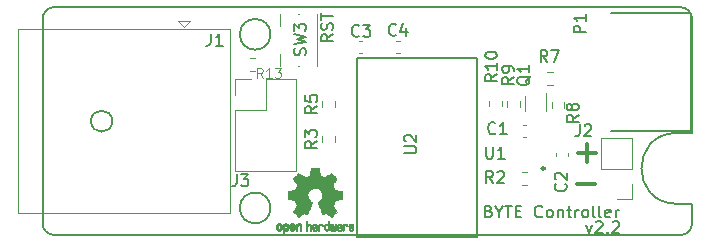
<source format=gbr>
%TF.GenerationSoftware,KiCad,Pcbnew,(5.1.10)-1*%
%TF.CreationDate,2021-10-06T18:40:40-05:00*%
%TF.ProjectId,BYTE_Control_Board,42595445-5f43-46f6-9e74-726f6c5f426f,v2.2*%
%TF.SameCoordinates,Original*%
%TF.FileFunction,Legend,Top*%
%TF.FilePolarity,Positive*%
%FSLAX46Y46*%
G04 Gerber Fmt 4.6, Leading zero omitted, Abs format (unit mm)*
G04 Created by KiCad (PCBNEW (5.1.10)-1) date 2021-10-06 18:40:40*
%MOMM*%
%LPD*%
G01*
G04 APERTURE LIST*
%TA.AperFunction,Profile*%
%ADD10C,0.200000*%
%TD*%
%ADD11C,0.150000*%
%ADD12C,0.350000*%
%ADD13C,0.010000*%
%ADD14C,0.120000*%
%ADD15C,0.127000*%
%ADD16C,0.250000*%
G04 APERTURE END LIST*
D10*
X121480000Y-143220004D02*
G75*
G02*
X120480000Y-142220004I0J1000000D01*
G01*
X174480000Y-123920004D02*
G75*
G02*
X175480000Y-124920004I0J-1000000D01*
G01*
X174180000Y-140570004D02*
X175480000Y-140570004D01*
X174480000Y-143220004D02*
X121480000Y-143220004D01*
X120480000Y-124920004D02*
G75*
G02*
X121480000Y-123920004I1000000J0D01*
G01*
X126380000Y-133570004D02*
G75*
G03*
X126380000Y-133570004I-900000J0D01*
G01*
X139780001Y-126220004D02*
G75*
G03*
X139780001Y-126220004I-1300001J0D01*
G01*
X174180000Y-140570004D02*
G75*
G02*
X174180000Y-134570004I0J3000000D01*
G01*
X139780001Y-140920004D02*
G75*
G03*
X139780001Y-140920004I-1300001J0D01*
G01*
X175480000Y-140570004D02*
X175480000Y-142220004D01*
X175480000Y-142220004D02*
G75*
G02*
X174480000Y-143220004I-1000000J0D01*
G01*
X120480000Y-142220004D02*
X120480000Y-124920004D01*
X175480000Y-134570004D02*
X174180000Y-134570004D01*
X121480000Y-123920004D02*
X174480000Y-123920004D01*
X175480000Y-124920004D02*
X175480000Y-134570004D01*
D11*
X166511428Y-142385714D02*
X166749523Y-143052380D01*
X166987619Y-142385714D01*
X167320952Y-142147619D02*
X167368571Y-142100000D01*
X167463809Y-142052380D01*
X167701904Y-142052380D01*
X167797142Y-142100000D01*
X167844761Y-142147619D01*
X167892380Y-142242857D01*
X167892380Y-142338095D01*
X167844761Y-142480952D01*
X167273333Y-143052380D01*
X167892380Y-143052380D01*
X168320952Y-142957142D02*
X168368571Y-143004761D01*
X168320952Y-143052380D01*
X168273333Y-143004761D01*
X168320952Y-142957142D01*
X168320952Y-143052380D01*
X168749523Y-142147619D02*
X168797142Y-142100000D01*
X168892380Y-142052380D01*
X169130476Y-142052380D01*
X169225714Y-142100000D01*
X169273333Y-142147619D01*
X169320952Y-142242857D01*
X169320952Y-142338095D01*
X169273333Y-142480952D01*
X168701904Y-143052380D01*
X169320952Y-143052380D01*
X158254285Y-141198571D02*
X158397142Y-141246190D01*
X158444761Y-141293809D01*
X158492380Y-141389047D01*
X158492380Y-141531904D01*
X158444761Y-141627142D01*
X158397142Y-141674761D01*
X158301904Y-141722380D01*
X157920952Y-141722380D01*
X157920952Y-140722380D01*
X158254285Y-140722380D01*
X158349523Y-140770000D01*
X158397142Y-140817619D01*
X158444761Y-140912857D01*
X158444761Y-141008095D01*
X158397142Y-141103333D01*
X158349523Y-141150952D01*
X158254285Y-141198571D01*
X157920952Y-141198571D01*
X159111428Y-141246190D02*
X159111428Y-141722380D01*
X158778095Y-140722380D02*
X159111428Y-141246190D01*
X159444761Y-140722380D01*
X159635238Y-140722380D02*
X160206666Y-140722380D01*
X159920952Y-141722380D02*
X159920952Y-140722380D01*
X160540000Y-141198571D02*
X160873333Y-141198571D01*
X161016190Y-141722380D02*
X160540000Y-141722380D01*
X160540000Y-140722380D01*
X161016190Y-140722380D01*
X162778095Y-141627142D02*
X162730476Y-141674761D01*
X162587619Y-141722380D01*
X162492380Y-141722380D01*
X162349523Y-141674761D01*
X162254285Y-141579523D01*
X162206666Y-141484285D01*
X162159047Y-141293809D01*
X162159047Y-141150952D01*
X162206666Y-140960476D01*
X162254285Y-140865238D01*
X162349523Y-140770000D01*
X162492380Y-140722380D01*
X162587619Y-140722380D01*
X162730476Y-140770000D01*
X162778095Y-140817619D01*
X163349523Y-141722380D02*
X163254285Y-141674761D01*
X163206666Y-141627142D01*
X163159047Y-141531904D01*
X163159047Y-141246190D01*
X163206666Y-141150952D01*
X163254285Y-141103333D01*
X163349523Y-141055714D01*
X163492380Y-141055714D01*
X163587619Y-141103333D01*
X163635238Y-141150952D01*
X163682857Y-141246190D01*
X163682857Y-141531904D01*
X163635238Y-141627142D01*
X163587619Y-141674761D01*
X163492380Y-141722380D01*
X163349523Y-141722380D01*
X164111428Y-141055714D02*
X164111428Y-141722380D01*
X164111428Y-141150952D02*
X164159047Y-141103333D01*
X164254285Y-141055714D01*
X164397142Y-141055714D01*
X164492380Y-141103333D01*
X164540000Y-141198571D01*
X164540000Y-141722380D01*
X164873333Y-141055714D02*
X165254285Y-141055714D01*
X165016190Y-140722380D02*
X165016190Y-141579523D01*
X165063809Y-141674761D01*
X165159047Y-141722380D01*
X165254285Y-141722380D01*
X165587619Y-141722380D02*
X165587619Y-141055714D01*
X165587619Y-141246190D02*
X165635238Y-141150952D01*
X165682857Y-141103333D01*
X165778095Y-141055714D01*
X165873333Y-141055714D01*
X166349523Y-141722380D02*
X166254285Y-141674761D01*
X166206666Y-141627142D01*
X166159047Y-141531904D01*
X166159047Y-141246190D01*
X166206666Y-141150952D01*
X166254285Y-141103333D01*
X166349523Y-141055714D01*
X166492380Y-141055714D01*
X166587619Y-141103333D01*
X166635238Y-141150952D01*
X166682857Y-141246190D01*
X166682857Y-141531904D01*
X166635238Y-141627142D01*
X166587619Y-141674761D01*
X166492380Y-141722380D01*
X166349523Y-141722380D01*
X167254285Y-141722380D02*
X167159047Y-141674761D01*
X167111428Y-141579523D01*
X167111428Y-140722380D01*
X167778095Y-141722380D02*
X167682857Y-141674761D01*
X167635238Y-141579523D01*
X167635238Y-140722380D01*
X168540000Y-141674761D02*
X168444761Y-141722380D01*
X168254285Y-141722380D01*
X168159047Y-141674761D01*
X168111428Y-141579523D01*
X168111428Y-141198571D01*
X168159047Y-141103333D01*
X168254285Y-141055714D01*
X168444761Y-141055714D01*
X168540000Y-141103333D01*
X168587619Y-141198571D01*
X168587619Y-141293809D01*
X168111428Y-141389047D01*
X169016190Y-141722380D02*
X169016190Y-141055714D01*
X169016190Y-141246190D02*
X169063809Y-141150952D01*
X169111428Y-141103333D01*
X169206666Y-141055714D01*
X169301904Y-141055714D01*
D12*
X165748095Y-138862857D02*
X167271904Y-138862857D01*
X165818095Y-136312857D02*
X167341904Y-136312857D01*
X166580000Y-137074761D02*
X166580000Y-135550952D01*
D13*
%TO.C,REF\u002A\u002A*%
G36*
X143633910Y-137542348D02*
G01*
X143712454Y-137542778D01*
X143769298Y-137543942D01*
X143808105Y-137546207D01*
X143832538Y-137549940D01*
X143846262Y-137555506D01*
X143852940Y-137563273D01*
X143856236Y-137573605D01*
X143856556Y-137574943D01*
X143861562Y-137599079D01*
X143870829Y-137646701D01*
X143883392Y-137712741D01*
X143898287Y-137792128D01*
X143914551Y-137879796D01*
X143915119Y-137882875D01*
X143931410Y-137968789D01*
X143946652Y-138044696D01*
X143959861Y-138106045D01*
X143970054Y-138148282D01*
X143976248Y-138166855D01*
X143976543Y-138167184D01*
X143994788Y-138176253D01*
X144032405Y-138191367D01*
X144081271Y-138209262D01*
X144081543Y-138209358D01*
X144143093Y-138232493D01*
X144215657Y-138261965D01*
X144284057Y-138291597D01*
X144287294Y-138293062D01*
X144398702Y-138343626D01*
X144645399Y-138175160D01*
X144721077Y-138123803D01*
X144789631Y-138077889D01*
X144847088Y-138040030D01*
X144889476Y-138012837D01*
X144912825Y-137998921D01*
X144915042Y-137997889D01*
X144932010Y-138002484D01*
X144963701Y-138024655D01*
X145011352Y-138065447D01*
X145076198Y-138125905D01*
X145142397Y-138190227D01*
X145206214Y-138253612D01*
X145263329Y-138311451D01*
X145310305Y-138360175D01*
X145343703Y-138396210D01*
X145360085Y-138415984D01*
X145360694Y-138417002D01*
X145362505Y-138430572D01*
X145355683Y-138452733D01*
X145338540Y-138486478D01*
X145309393Y-138534800D01*
X145266555Y-138600692D01*
X145209448Y-138685517D01*
X145158766Y-138760177D01*
X145113461Y-138827140D01*
X145076150Y-138882516D01*
X145049452Y-138922420D01*
X145035985Y-138942962D01*
X145035137Y-138944356D01*
X145036781Y-138964038D01*
X145049245Y-139002293D01*
X145070048Y-139051889D01*
X145077462Y-139067728D01*
X145109814Y-139138290D01*
X145144328Y-139218353D01*
X145172365Y-139287629D01*
X145192568Y-139339045D01*
X145208615Y-139378119D01*
X145217888Y-139398541D01*
X145219041Y-139400114D01*
X145236096Y-139402721D01*
X145276298Y-139409863D01*
X145334302Y-139420523D01*
X145404763Y-139433685D01*
X145482335Y-139448333D01*
X145561672Y-139463449D01*
X145637431Y-139478018D01*
X145704264Y-139491022D01*
X145756828Y-139501445D01*
X145789776Y-139508270D01*
X145797857Y-139510199D01*
X145806205Y-139514962D01*
X145812506Y-139525718D01*
X145817045Y-139546098D01*
X145820104Y-139579734D01*
X145821967Y-139630255D01*
X145822918Y-139701292D01*
X145823240Y-139796476D01*
X145823257Y-139835492D01*
X145823257Y-140152799D01*
X145747057Y-140167839D01*
X145704663Y-140175995D01*
X145641400Y-140187899D01*
X145564962Y-140202116D01*
X145483043Y-140217210D01*
X145460400Y-140221355D01*
X145384806Y-140236053D01*
X145318953Y-140250505D01*
X145268366Y-140263375D01*
X145238574Y-140273322D01*
X145233612Y-140276287D01*
X145221426Y-140297283D01*
X145203953Y-140337967D01*
X145184577Y-140390322D01*
X145180734Y-140401600D01*
X145155339Y-140471523D01*
X145123817Y-140550418D01*
X145092969Y-140621266D01*
X145092817Y-140621595D01*
X145041447Y-140732733D01*
X145210399Y-140981253D01*
X145379352Y-141229772D01*
X145162429Y-141447058D01*
X145096819Y-141511726D01*
X145036979Y-141568733D01*
X144986267Y-141615033D01*
X144948046Y-141647584D01*
X144925675Y-141663343D01*
X144922466Y-141664343D01*
X144903626Y-141656469D01*
X144865180Y-141634578D01*
X144811330Y-141601267D01*
X144746276Y-141559131D01*
X144675940Y-141511943D01*
X144604555Y-141463810D01*
X144540908Y-141421928D01*
X144489041Y-141388871D01*
X144452995Y-141367218D01*
X144436867Y-141359543D01*
X144417189Y-141366037D01*
X144379875Y-141383150D01*
X144332621Y-141407326D01*
X144327612Y-141410013D01*
X144263977Y-141441927D01*
X144220341Y-141457579D01*
X144193202Y-141457745D01*
X144179057Y-141443204D01*
X144178975Y-141443000D01*
X144171905Y-141425779D01*
X144155042Y-141384899D01*
X144129695Y-141323525D01*
X144097171Y-141244819D01*
X144058778Y-141151947D01*
X144015822Y-141048072D01*
X143974222Y-140947502D01*
X143928504Y-140836516D01*
X143886526Y-140733703D01*
X143849548Y-140642215D01*
X143818827Y-140565201D01*
X143795622Y-140505815D01*
X143781190Y-140467209D01*
X143776743Y-140452800D01*
X143787896Y-140436272D01*
X143817069Y-140409930D01*
X143855971Y-140380887D01*
X143966757Y-140289039D01*
X144053351Y-140183759D01*
X144114716Y-140067266D01*
X144149815Y-139941776D01*
X144157608Y-139809507D01*
X144151943Y-139748457D01*
X144121078Y-139621795D01*
X144067920Y-139509941D01*
X143995767Y-139414001D01*
X143907917Y-139335076D01*
X143807665Y-139274270D01*
X143698310Y-139232687D01*
X143583147Y-139211428D01*
X143465475Y-139211599D01*
X143348590Y-139234301D01*
X143235789Y-139280638D01*
X143130369Y-139351713D01*
X143086368Y-139391911D01*
X143001979Y-139495129D01*
X142943222Y-139607925D01*
X142909704Y-139727010D01*
X142901035Y-139849095D01*
X142916823Y-139970893D01*
X142956678Y-140089116D01*
X143020207Y-140200475D01*
X143107021Y-140301684D01*
X143204029Y-140380887D01*
X143244437Y-140411162D01*
X143272982Y-140437219D01*
X143283257Y-140452825D01*
X143277877Y-140469843D01*
X143262575Y-140510500D01*
X143238612Y-140571642D01*
X143207244Y-140650119D01*
X143169732Y-140742780D01*
X143127333Y-140846472D01*
X143085663Y-140947526D01*
X143039690Y-141058607D01*
X142997107Y-141161541D01*
X142959221Y-141253165D01*
X142927340Y-141330316D01*
X142902771Y-141389831D01*
X142886820Y-141428544D01*
X142880910Y-141443000D01*
X142866948Y-141457685D01*
X142839940Y-141457642D01*
X142796413Y-141442099D01*
X142732890Y-141410284D01*
X142732388Y-141410013D01*
X142684560Y-141385323D01*
X142645897Y-141367338D01*
X142624095Y-141359614D01*
X142623133Y-141359543D01*
X142606721Y-141367378D01*
X142570487Y-141389165D01*
X142518474Y-141422328D01*
X142454725Y-141464291D01*
X142384060Y-141511943D01*
X142312116Y-141560191D01*
X142247274Y-141602151D01*
X142193735Y-141635227D01*
X142155697Y-141656821D01*
X142137533Y-141664343D01*
X142120808Y-141654457D01*
X142087180Y-141626826D01*
X142040010Y-141584495D01*
X141982658Y-141530505D01*
X141918484Y-141467899D01*
X141897497Y-141446983D01*
X141680499Y-141229623D01*
X141845668Y-140987220D01*
X141895864Y-140912781D01*
X141939919Y-140845972D01*
X141975362Y-140790665D01*
X141999719Y-140750729D01*
X142010522Y-140730036D01*
X142010838Y-140728563D01*
X142005143Y-140709058D01*
X141989826Y-140669822D01*
X141967537Y-140617430D01*
X141951893Y-140582355D01*
X141922641Y-140515201D01*
X141895094Y-140447358D01*
X141873737Y-140390034D01*
X141867935Y-140372572D01*
X141851452Y-140325938D01*
X141835340Y-140289905D01*
X141826490Y-140276287D01*
X141806960Y-140267952D01*
X141764334Y-140256137D01*
X141704145Y-140242181D01*
X141631922Y-140227422D01*
X141599600Y-140221355D01*
X141517522Y-140206273D01*
X141438795Y-140191669D01*
X141371109Y-140178980D01*
X141322160Y-140169642D01*
X141312943Y-140167839D01*
X141236743Y-140152799D01*
X141236743Y-139835492D01*
X141236914Y-139731154D01*
X141237616Y-139652213D01*
X141239134Y-139595038D01*
X141241749Y-139555999D01*
X141245746Y-139531465D01*
X141251409Y-139517805D01*
X141259020Y-139511389D01*
X141262143Y-139510199D01*
X141280978Y-139505980D01*
X141322588Y-139497562D01*
X141381630Y-139485961D01*
X141452757Y-139472195D01*
X141530625Y-139457280D01*
X141609887Y-139442232D01*
X141685198Y-139428069D01*
X141751213Y-139415806D01*
X141802587Y-139406461D01*
X141833975Y-139401050D01*
X141840959Y-139400114D01*
X141847285Y-139387596D01*
X141861290Y-139354246D01*
X141880355Y-139306377D01*
X141887634Y-139287629D01*
X141916996Y-139215195D01*
X141951571Y-139135170D01*
X141982537Y-139067728D01*
X142005323Y-139016159D01*
X142020482Y-138973785D01*
X142025542Y-138947834D01*
X142024736Y-138944356D01*
X142014041Y-138927936D01*
X141989620Y-138891417D01*
X141954095Y-138838687D01*
X141910087Y-138773635D01*
X141860217Y-138700151D01*
X141850356Y-138685645D01*
X141792492Y-138599704D01*
X141749956Y-138534261D01*
X141721054Y-138486304D01*
X141704090Y-138452820D01*
X141697367Y-138430795D01*
X141699190Y-138417217D01*
X141699236Y-138417131D01*
X141713586Y-138399297D01*
X141745323Y-138364817D01*
X141791010Y-138317268D01*
X141847204Y-138260222D01*
X141910468Y-138197255D01*
X141917602Y-138190227D01*
X141997330Y-138113020D01*
X142058857Y-138056330D01*
X142103421Y-138019110D01*
X142132257Y-138000315D01*
X142144958Y-137997889D01*
X142163494Y-138008471D01*
X142201961Y-138032916D01*
X142256386Y-138068612D01*
X142322798Y-138112947D01*
X142397225Y-138163311D01*
X142414601Y-138175160D01*
X142661297Y-138343626D01*
X142772706Y-138293062D01*
X142840457Y-138263595D01*
X142913183Y-138233959D01*
X142975703Y-138210330D01*
X142978457Y-138209358D01*
X143027360Y-138191457D01*
X143065057Y-138176320D01*
X143083425Y-138167210D01*
X143083456Y-138167184D01*
X143089285Y-138150717D01*
X143099192Y-138110219D01*
X143112195Y-138050242D01*
X143127309Y-137975340D01*
X143143552Y-137890064D01*
X143144881Y-137882875D01*
X143161175Y-137795014D01*
X143176133Y-137715260D01*
X143188791Y-137648681D01*
X143198186Y-137600347D01*
X143203354Y-137575325D01*
X143203444Y-137574943D01*
X143206589Y-137564299D01*
X143212704Y-137556262D01*
X143225453Y-137550467D01*
X143248500Y-137546547D01*
X143285509Y-137544135D01*
X143340144Y-137542865D01*
X143416067Y-137542371D01*
X143516944Y-137542286D01*
X143530000Y-137542286D01*
X143633910Y-137542348D01*
G37*
X143633910Y-137542348D02*
X143712454Y-137542778D01*
X143769298Y-137543942D01*
X143808105Y-137546207D01*
X143832538Y-137549940D01*
X143846262Y-137555506D01*
X143852940Y-137563273D01*
X143856236Y-137573605D01*
X143856556Y-137574943D01*
X143861562Y-137599079D01*
X143870829Y-137646701D01*
X143883392Y-137712741D01*
X143898287Y-137792128D01*
X143914551Y-137879796D01*
X143915119Y-137882875D01*
X143931410Y-137968789D01*
X143946652Y-138044696D01*
X143959861Y-138106045D01*
X143970054Y-138148282D01*
X143976248Y-138166855D01*
X143976543Y-138167184D01*
X143994788Y-138176253D01*
X144032405Y-138191367D01*
X144081271Y-138209262D01*
X144081543Y-138209358D01*
X144143093Y-138232493D01*
X144215657Y-138261965D01*
X144284057Y-138291597D01*
X144287294Y-138293062D01*
X144398702Y-138343626D01*
X144645399Y-138175160D01*
X144721077Y-138123803D01*
X144789631Y-138077889D01*
X144847088Y-138040030D01*
X144889476Y-138012837D01*
X144912825Y-137998921D01*
X144915042Y-137997889D01*
X144932010Y-138002484D01*
X144963701Y-138024655D01*
X145011352Y-138065447D01*
X145076198Y-138125905D01*
X145142397Y-138190227D01*
X145206214Y-138253612D01*
X145263329Y-138311451D01*
X145310305Y-138360175D01*
X145343703Y-138396210D01*
X145360085Y-138415984D01*
X145360694Y-138417002D01*
X145362505Y-138430572D01*
X145355683Y-138452733D01*
X145338540Y-138486478D01*
X145309393Y-138534800D01*
X145266555Y-138600692D01*
X145209448Y-138685517D01*
X145158766Y-138760177D01*
X145113461Y-138827140D01*
X145076150Y-138882516D01*
X145049452Y-138922420D01*
X145035985Y-138942962D01*
X145035137Y-138944356D01*
X145036781Y-138964038D01*
X145049245Y-139002293D01*
X145070048Y-139051889D01*
X145077462Y-139067728D01*
X145109814Y-139138290D01*
X145144328Y-139218353D01*
X145172365Y-139287629D01*
X145192568Y-139339045D01*
X145208615Y-139378119D01*
X145217888Y-139398541D01*
X145219041Y-139400114D01*
X145236096Y-139402721D01*
X145276298Y-139409863D01*
X145334302Y-139420523D01*
X145404763Y-139433685D01*
X145482335Y-139448333D01*
X145561672Y-139463449D01*
X145637431Y-139478018D01*
X145704264Y-139491022D01*
X145756828Y-139501445D01*
X145789776Y-139508270D01*
X145797857Y-139510199D01*
X145806205Y-139514962D01*
X145812506Y-139525718D01*
X145817045Y-139546098D01*
X145820104Y-139579734D01*
X145821967Y-139630255D01*
X145822918Y-139701292D01*
X145823240Y-139796476D01*
X145823257Y-139835492D01*
X145823257Y-140152799D01*
X145747057Y-140167839D01*
X145704663Y-140175995D01*
X145641400Y-140187899D01*
X145564962Y-140202116D01*
X145483043Y-140217210D01*
X145460400Y-140221355D01*
X145384806Y-140236053D01*
X145318953Y-140250505D01*
X145268366Y-140263375D01*
X145238574Y-140273322D01*
X145233612Y-140276287D01*
X145221426Y-140297283D01*
X145203953Y-140337967D01*
X145184577Y-140390322D01*
X145180734Y-140401600D01*
X145155339Y-140471523D01*
X145123817Y-140550418D01*
X145092969Y-140621266D01*
X145092817Y-140621595D01*
X145041447Y-140732733D01*
X145210399Y-140981253D01*
X145379352Y-141229772D01*
X145162429Y-141447058D01*
X145096819Y-141511726D01*
X145036979Y-141568733D01*
X144986267Y-141615033D01*
X144948046Y-141647584D01*
X144925675Y-141663343D01*
X144922466Y-141664343D01*
X144903626Y-141656469D01*
X144865180Y-141634578D01*
X144811330Y-141601267D01*
X144746276Y-141559131D01*
X144675940Y-141511943D01*
X144604555Y-141463810D01*
X144540908Y-141421928D01*
X144489041Y-141388871D01*
X144452995Y-141367218D01*
X144436867Y-141359543D01*
X144417189Y-141366037D01*
X144379875Y-141383150D01*
X144332621Y-141407326D01*
X144327612Y-141410013D01*
X144263977Y-141441927D01*
X144220341Y-141457579D01*
X144193202Y-141457745D01*
X144179057Y-141443204D01*
X144178975Y-141443000D01*
X144171905Y-141425779D01*
X144155042Y-141384899D01*
X144129695Y-141323525D01*
X144097171Y-141244819D01*
X144058778Y-141151947D01*
X144015822Y-141048072D01*
X143974222Y-140947502D01*
X143928504Y-140836516D01*
X143886526Y-140733703D01*
X143849548Y-140642215D01*
X143818827Y-140565201D01*
X143795622Y-140505815D01*
X143781190Y-140467209D01*
X143776743Y-140452800D01*
X143787896Y-140436272D01*
X143817069Y-140409930D01*
X143855971Y-140380887D01*
X143966757Y-140289039D01*
X144053351Y-140183759D01*
X144114716Y-140067266D01*
X144149815Y-139941776D01*
X144157608Y-139809507D01*
X144151943Y-139748457D01*
X144121078Y-139621795D01*
X144067920Y-139509941D01*
X143995767Y-139414001D01*
X143907917Y-139335076D01*
X143807665Y-139274270D01*
X143698310Y-139232687D01*
X143583147Y-139211428D01*
X143465475Y-139211599D01*
X143348590Y-139234301D01*
X143235789Y-139280638D01*
X143130369Y-139351713D01*
X143086368Y-139391911D01*
X143001979Y-139495129D01*
X142943222Y-139607925D01*
X142909704Y-139727010D01*
X142901035Y-139849095D01*
X142916823Y-139970893D01*
X142956678Y-140089116D01*
X143020207Y-140200475D01*
X143107021Y-140301684D01*
X143204029Y-140380887D01*
X143244437Y-140411162D01*
X143272982Y-140437219D01*
X143283257Y-140452825D01*
X143277877Y-140469843D01*
X143262575Y-140510500D01*
X143238612Y-140571642D01*
X143207244Y-140650119D01*
X143169732Y-140742780D01*
X143127333Y-140846472D01*
X143085663Y-140947526D01*
X143039690Y-141058607D01*
X142997107Y-141161541D01*
X142959221Y-141253165D01*
X142927340Y-141330316D01*
X142902771Y-141389831D01*
X142886820Y-141428544D01*
X142880910Y-141443000D01*
X142866948Y-141457685D01*
X142839940Y-141457642D01*
X142796413Y-141442099D01*
X142732890Y-141410284D01*
X142732388Y-141410013D01*
X142684560Y-141385323D01*
X142645897Y-141367338D01*
X142624095Y-141359614D01*
X142623133Y-141359543D01*
X142606721Y-141367378D01*
X142570487Y-141389165D01*
X142518474Y-141422328D01*
X142454725Y-141464291D01*
X142384060Y-141511943D01*
X142312116Y-141560191D01*
X142247274Y-141602151D01*
X142193735Y-141635227D01*
X142155697Y-141656821D01*
X142137533Y-141664343D01*
X142120808Y-141654457D01*
X142087180Y-141626826D01*
X142040010Y-141584495D01*
X141982658Y-141530505D01*
X141918484Y-141467899D01*
X141897497Y-141446983D01*
X141680499Y-141229623D01*
X141845668Y-140987220D01*
X141895864Y-140912781D01*
X141939919Y-140845972D01*
X141975362Y-140790665D01*
X141999719Y-140750729D01*
X142010522Y-140730036D01*
X142010838Y-140728563D01*
X142005143Y-140709058D01*
X141989826Y-140669822D01*
X141967537Y-140617430D01*
X141951893Y-140582355D01*
X141922641Y-140515201D01*
X141895094Y-140447358D01*
X141873737Y-140390034D01*
X141867935Y-140372572D01*
X141851452Y-140325938D01*
X141835340Y-140289905D01*
X141826490Y-140276287D01*
X141806960Y-140267952D01*
X141764334Y-140256137D01*
X141704145Y-140242181D01*
X141631922Y-140227422D01*
X141599600Y-140221355D01*
X141517522Y-140206273D01*
X141438795Y-140191669D01*
X141371109Y-140178980D01*
X141322160Y-140169642D01*
X141312943Y-140167839D01*
X141236743Y-140152799D01*
X141236743Y-139835492D01*
X141236914Y-139731154D01*
X141237616Y-139652213D01*
X141239134Y-139595038D01*
X141241749Y-139555999D01*
X141245746Y-139531465D01*
X141251409Y-139517805D01*
X141259020Y-139511389D01*
X141262143Y-139510199D01*
X141280978Y-139505980D01*
X141322588Y-139497562D01*
X141381630Y-139485961D01*
X141452757Y-139472195D01*
X141530625Y-139457280D01*
X141609887Y-139442232D01*
X141685198Y-139428069D01*
X141751213Y-139415806D01*
X141802587Y-139406461D01*
X141833975Y-139401050D01*
X141840959Y-139400114D01*
X141847285Y-139387596D01*
X141861290Y-139354246D01*
X141880355Y-139306377D01*
X141887634Y-139287629D01*
X141916996Y-139215195D01*
X141951571Y-139135170D01*
X141982537Y-139067728D01*
X142005323Y-139016159D01*
X142020482Y-138973785D01*
X142025542Y-138947834D01*
X142024736Y-138944356D01*
X142014041Y-138927936D01*
X141989620Y-138891417D01*
X141954095Y-138838687D01*
X141910087Y-138773635D01*
X141860217Y-138700151D01*
X141850356Y-138685645D01*
X141792492Y-138599704D01*
X141749956Y-138534261D01*
X141721054Y-138486304D01*
X141704090Y-138452820D01*
X141697367Y-138430795D01*
X141699190Y-138417217D01*
X141699236Y-138417131D01*
X141713586Y-138399297D01*
X141745323Y-138364817D01*
X141791010Y-138317268D01*
X141847204Y-138260222D01*
X141910468Y-138197255D01*
X141917602Y-138190227D01*
X141997330Y-138113020D01*
X142058857Y-138056330D01*
X142103421Y-138019110D01*
X142132257Y-138000315D01*
X142144958Y-137997889D01*
X142163494Y-138008471D01*
X142201961Y-138032916D01*
X142256386Y-138068612D01*
X142322798Y-138112947D01*
X142397225Y-138163311D01*
X142414601Y-138175160D01*
X142661297Y-138343626D01*
X142772706Y-138293062D01*
X142840457Y-138263595D01*
X142913183Y-138233959D01*
X142975703Y-138210330D01*
X142978457Y-138209358D01*
X143027360Y-138191457D01*
X143065057Y-138176320D01*
X143083425Y-138167210D01*
X143083456Y-138167184D01*
X143089285Y-138150717D01*
X143099192Y-138110219D01*
X143112195Y-138050242D01*
X143127309Y-137975340D01*
X143143552Y-137890064D01*
X143144881Y-137882875D01*
X143161175Y-137795014D01*
X143176133Y-137715260D01*
X143188791Y-137648681D01*
X143198186Y-137600347D01*
X143203354Y-137575325D01*
X143203444Y-137574943D01*
X143206589Y-137564299D01*
X143212704Y-137556262D01*
X143225453Y-137550467D01*
X143248500Y-137546547D01*
X143285509Y-137544135D01*
X143340144Y-137542865D01*
X143416067Y-137542371D01*
X143516944Y-137542286D01*
X143530000Y-137542286D01*
X143633910Y-137542348D01*
G36*
X146683595Y-142266966D02*
G01*
X146741021Y-142304497D01*
X146768719Y-142338096D01*
X146790662Y-142399064D01*
X146792405Y-142447308D01*
X146788457Y-142511816D01*
X146639686Y-142576934D01*
X146567349Y-142610202D01*
X146520084Y-142636964D01*
X146495507Y-142660144D01*
X146491237Y-142682667D01*
X146504889Y-142707455D01*
X146519943Y-142723886D01*
X146563746Y-142750235D01*
X146611389Y-142752081D01*
X146655145Y-142731546D01*
X146687289Y-142690752D01*
X146693038Y-142676347D01*
X146720576Y-142631356D01*
X146752258Y-142612182D01*
X146795714Y-142595779D01*
X146795714Y-142657966D01*
X146791872Y-142700283D01*
X146776823Y-142735969D01*
X146745280Y-142776943D01*
X146740592Y-142782267D01*
X146705506Y-142818720D01*
X146675347Y-142838283D01*
X146637615Y-142847283D01*
X146606335Y-142850230D01*
X146550385Y-142850965D01*
X146510555Y-142841660D01*
X146485708Y-142827846D01*
X146446656Y-142797467D01*
X146419625Y-142764613D01*
X146402517Y-142723294D01*
X146393238Y-142667521D01*
X146389693Y-142591305D01*
X146389410Y-142552622D01*
X146390372Y-142506247D01*
X146478007Y-142506247D01*
X146479023Y-142531126D01*
X146481556Y-142535200D01*
X146498274Y-142529665D01*
X146534249Y-142515017D01*
X146582331Y-142494190D01*
X146592386Y-142489714D01*
X146653152Y-142458814D01*
X146686632Y-142431657D01*
X146693990Y-142406220D01*
X146676391Y-142380481D01*
X146661856Y-142369109D01*
X146609410Y-142346364D01*
X146560322Y-142350122D01*
X146519227Y-142377884D01*
X146490758Y-142427152D01*
X146481631Y-142466257D01*
X146478007Y-142506247D01*
X146390372Y-142506247D01*
X146391285Y-142462249D01*
X146398196Y-142395384D01*
X146411884Y-142346695D01*
X146434096Y-142310849D01*
X146466574Y-142282513D01*
X146480733Y-142273355D01*
X146545053Y-142249507D01*
X146615473Y-142248006D01*
X146683595Y-142266966D01*
G37*
X146683595Y-142266966D02*
X146741021Y-142304497D01*
X146768719Y-142338096D01*
X146790662Y-142399064D01*
X146792405Y-142447308D01*
X146788457Y-142511816D01*
X146639686Y-142576934D01*
X146567349Y-142610202D01*
X146520084Y-142636964D01*
X146495507Y-142660144D01*
X146491237Y-142682667D01*
X146504889Y-142707455D01*
X146519943Y-142723886D01*
X146563746Y-142750235D01*
X146611389Y-142752081D01*
X146655145Y-142731546D01*
X146687289Y-142690752D01*
X146693038Y-142676347D01*
X146720576Y-142631356D01*
X146752258Y-142612182D01*
X146795714Y-142595779D01*
X146795714Y-142657966D01*
X146791872Y-142700283D01*
X146776823Y-142735969D01*
X146745280Y-142776943D01*
X146740592Y-142782267D01*
X146705506Y-142818720D01*
X146675347Y-142838283D01*
X146637615Y-142847283D01*
X146606335Y-142850230D01*
X146550385Y-142850965D01*
X146510555Y-142841660D01*
X146485708Y-142827846D01*
X146446656Y-142797467D01*
X146419625Y-142764613D01*
X146402517Y-142723294D01*
X146393238Y-142667521D01*
X146389693Y-142591305D01*
X146389410Y-142552622D01*
X146390372Y-142506247D01*
X146478007Y-142506247D01*
X146479023Y-142531126D01*
X146481556Y-142535200D01*
X146498274Y-142529665D01*
X146534249Y-142515017D01*
X146582331Y-142494190D01*
X146592386Y-142489714D01*
X146653152Y-142458814D01*
X146686632Y-142431657D01*
X146693990Y-142406220D01*
X146676391Y-142380481D01*
X146661856Y-142369109D01*
X146609410Y-142346364D01*
X146560322Y-142350122D01*
X146519227Y-142377884D01*
X146490758Y-142427152D01*
X146481631Y-142466257D01*
X146478007Y-142506247D01*
X146390372Y-142506247D01*
X146391285Y-142462249D01*
X146398196Y-142395384D01*
X146411884Y-142346695D01*
X146434096Y-142310849D01*
X146466574Y-142282513D01*
X146480733Y-142273355D01*
X146545053Y-142249507D01*
X146615473Y-142248006D01*
X146683595Y-142266966D01*
G36*
X146182600Y-142258752D02*
G01*
X146199948Y-142266334D01*
X146241356Y-142299128D01*
X146276765Y-142346547D01*
X146298664Y-142397151D01*
X146302229Y-142422098D01*
X146290279Y-142456927D01*
X146264067Y-142475357D01*
X146235964Y-142486516D01*
X146223095Y-142488572D01*
X146216829Y-142473649D01*
X146204456Y-142441175D01*
X146199028Y-142426502D01*
X146168590Y-142375744D01*
X146124520Y-142350427D01*
X146068010Y-142351206D01*
X146063825Y-142352203D01*
X146033655Y-142366507D01*
X146011476Y-142394393D01*
X145996327Y-142439287D01*
X145987250Y-142504615D01*
X145983286Y-142593804D01*
X145982914Y-142641261D01*
X145982730Y-142716071D01*
X145981522Y-142767069D01*
X145978309Y-142799471D01*
X145972109Y-142818495D01*
X145961940Y-142829356D01*
X145946819Y-142837272D01*
X145945946Y-142837670D01*
X145916828Y-142849981D01*
X145902403Y-142854514D01*
X145900186Y-142840809D01*
X145898289Y-142802925D01*
X145896847Y-142745715D01*
X145895998Y-142674027D01*
X145895829Y-142621565D01*
X145896692Y-142520047D01*
X145900070Y-142443032D01*
X145907142Y-142386023D01*
X145919088Y-142344526D01*
X145937090Y-142314043D01*
X145962327Y-142290080D01*
X145987247Y-142273355D01*
X146047171Y-142251097D01*
X146116911Y-142246076D01*
X146182600Y-142258752D01*
G37*
X146182600Y-142258752D02*
X146199948Y-142266334D01*
X146241356Y-142299128D01*
X146276765Y-142346547D01*
X146298664Y-142397151D01*
X146302229Y-142422098D01*
X146290279Y-142456927D01*
X146264067Y-142475357D01*
X146235964Y-142486516D01*
X146223095Y-142488572D01*
X146216829Y-142473649D01*
X146204456Y-142441175D01*
X146199028Y-142426502D01*
X146168590Y-142375744D01*
X146124520Y-142350427D01*
X146068010Y-142351206D01*
X146063825Y-142352203D01*
X146033655Y-142366507D01*
X146011476Y-142394393D01*
X145996327Y-142439287D01*
X145987250Y-142504615D01*
X145983286Y-142593804D01*
X145982914Y-142641261D01*
X145982730Y-142716071D01*
X145981522Y-142767069D01*
X145978309Y-142799471D01*
X145972109Y-142818495D01*
X145961940Y-142829356D01*
X145946819Y-142837272D01*
X145945946Y-142837670D01*
X145916828Y-142849981D01*
X145902403Y-142854514D01*
X145900186Y-142840809D01*
X145898289Y-142802925D01*
X145896847Y-142745715D01*
X145895998Y-142674027D01*
X145895829Y-142621565D01*
X145896692Y-142520047D01*
X145900070Y-142443032D01*
X145907142Y-142386023D01*
X145919088Y-142344526D01*
X145937090Y-142314043D01*
X145962327Y-142290080D01*
X145987247Y-142273355D01*
X146047171Y-142251097D01*
X146116911Y-142246076D01*
X146182600Y-142258752D01*
G36*
X145674876Y-142256335D02*
G01*
X145716667Y-142275344D01*
X145749469Y-142298378D01*
X145773503Y-142324133D01*
X145790097Y-142357358D01*
X145800577Y-142402800D01*
X145806271Y-142465207D01*
X145808507Y-142549327D01*
X145808743Y-142604721D01*
X145808743Y-142820826D01*
X145771774Y-142837670D01*
X145742656Y-142849981D01*
X145728231Y-142854514D01*
X145725472Y-142841025D01*
X145723282Y-142804653D01*
X145721942Y-142751542D01*
X145721657Y-142709372D01*
X145720434Y-142648447D01*
X145717136Y-142600115D01*
X145712321Y-142570518D01*
X145708496Y-142564229D01*
X145682783Y-142570652D01*
X145642418Y-142587125D01*
X145595679Y-142609458D01*
X145550845Y-142633457D01*
X145516193Y-142654930D01*
X145500002Y-142669685D01*
X145499938Y-142669845D01*
X145501330Y-142697152D01*
X145513818Y-142723219D01*
X145535743Y-142744392D01*
X145567743Y-142751474D01*
X145595092Y-142750649D01*
X145633826Y-142750042D01*
X145654158Y-142759116D01*
X145666369Y-142783092D01*
X145667909Y-142787613D01*
X145673203Y-142821806D01*
X145659047Y-142842568D01*
X145622148Y-142852462D01*
X145582289Y-142854292D01*
X145510562Y-142840727D01*
X145473432Y-142821355D01*
X145427576Y-142775845D01*
X145403256Y-142719983D01*
X145401073Y-142660957D01*
X145421629Y-142605953D01*
X145452549Y-142571486D01*
X145483420Y-142552189D01*
X145531942Y-142527759D01*
X145588485Y-142502985D01*
X145597910Y-142499199D01*
X145660019Y-142471791D01*
X145695822Y-142447634D01*
X145707337Y-142423619D01*
X145696580Y-142396635D01*
X145678114Y-142375543D01*
X145634469Y-142349572D01*
X145586446Y-142347624D01*
X145542406Y-142367637D01*
X145510709Y-142407551D01*
X145506549Y-142417848D01*
X145482327Y-142455724D01*
X145446965Y-142483842D01*
X145402343Y-142506917D01*
X145402343Y-142441485D01*
X145404969Y-142401506D01*
X145416230Y-142369997D01*
X145441199Y-142336378D01*
X145465169Y-142310484D01*
X145502441Y-142273817D01*
X145531401Y-142254121D01*
X145562505Y-142246220D01*
X145597713Y-142244914D01*
X145674876Y-142256335D01*
G37*
X145674876Y-142256335D02*
X145716667Y-142275344D01*
X145749469Y-142298378D01*
X145773503Y-142324133D01*
X145790097Y-142357358D01*
X145800577Y-142402800D01*
X145806271Y-142465207D01*
X145808507Y-142549327D01*
X145808743Y-142604721D01*
X145808743Y-142820826D01*
X145771774Y-142837670D01*
X145742656Y-142849981D01*
X145728231Y-142854514D01*
X145725472Y-142841025D01*
X145723282Y-142804653D01*
X145721942Y-142751542D01*
X145721657Y-142709372D01*
X145720434Y-142648447D01*
X145717136Y-142600115D01*
X145712321Y-142570518D01*
X145708496Y-142564229D01*
X145682783Y-142570652D01*
X145642418Y-142587125D01*
X145595679Y-142609458D01*
X145550845Y-142633457D01*
X145516193Y-142654930D01*
X145500002Y-142669685D01*
X145499938Y-142669845D01*
X145501330Y-142697152D01*
X145513818Y-142723219D01*
X145535743Y-142744392D01*
X145567743Y-142751474D01*
X145595092Y-142750649D01*
X145633826Y-142750042D01*
X145654158Y-142759116D01*
X145666369Y-142783092D01*
X145667909Y-142787613D01*
X145673203Y-142821806D01*
X145659047Y-142842568D01*
X145622148Y-142852462D01*
X145582289Y-142854292D01*
X145510562Y-142840727D01*
X145473432Y-142821355D01*
X145427576Y-142775845D01*
X145403256Y-142719983D01*
X145401073Y-142660957D01*
X145421629Y-142605953D01*
X145452549Y-142571486D01*
X145483420Y-142552189D01*
X145531942Y-142527759D01*
X145588485Y-142502985D01*
X145597910Y-142499199D01*
X145660019Y-142471791D01*
X145695822Y-142447634D01*
X145707337Y-142423619D01*
X145696580Y-142396635D01*
X145678114Y-142375543D01*
X145634469Y-142349572D01*
X145586446Y-142347624D01*
X145542406Y-142367637D01*
X145510709Y-142407551D01*
X145506549Y-142417848D01*
X145482327Y-142455724D01*
X145446965Y-142483842D01*
X145402343Y-142506917D01*
X145402343Y-142441485D01*
X145404969Y-142401506D01*
X145416230Y-142369997D01*
X145441199Y-142336378D01*
X145465169Y-142310484D01*
X145502441Y-142273817D01*
X145531401Y-142254121D01*
X145562505Y-142246220D01*
X145597713Y-142244914D01*
X145674876Y-142256335D01*
G36*
X145309833Y-142258663D02*
G01*
X145312048Y-142296850D01*
X145313784Y-142354886D01*
X145314899Y-142428180D01*
X145315257Y-142505055D01*
X145315257Y-142765196D01*
X145269326Y-142811127D01*
X145237675Y-142839429D01*
X145209890Y-142850893D01*
X145171915Y-142850168D01*
X145156840Y-142848321D01*
X145109726Y-142842948D01*
X145070756Y-142839869D01*
X145061257Y-142839585D01*
X145029233Y-142841445D01*
X144983432Y-142846114D01*
X144965674Y-142848321D01*
X144922057Y-142851735D01*
X144892745Y-142844320D01*
X144863680Y-142821427D01*
X144853188Y-142811127D01*
X144807257Y-142765196D01*
X144807257Y-142278602D01*
X144844226Y-142261758D01*
X144876059Y-142249282D01*
X144894683Y-142244914D01*
X144899458Y-142258718D01*
X144903921Y-142297286D01*
X144907775Y-142356356D01*
X144910722Y-142431663D01*
X144912143Y-142495286D01*
X144916114Y-142745657D01*
X144950759Y-142750556D01*
X144982268Y-142747131D01*
X144997708Y-142736041D01*
X145002023Y-142715308D01*
X145005708Y-142671145D01*
X145008469Y-142609146D01*
X145010012Y-142534909D01*
X145010235Y-142496706D01*
X145010457Y-142276783D01*
X145056166Y-142260849D01*
X145088518Y-142250015D01*
X145106115Y-142244962D01*
X145106623Y-142244914D01*
X145108388Y-142258648D01*
X145110329Y-142296730D01*
X145112282Y-142354482D01*
X145114084Y-142427227D01*
X145115343Y-142495286D01*
X145119314Y-142745657D01*
X145206400Y-142745657D01*
X145210396Y-142517240D01*
X145214392Y-142288822D01*
X145256847Y-142266868D01*
X145288192Y-142251793D01*
X145306744Y-142244951D01*
X145307279Y-142244914D01*
X145309833Y-142258663D01*
G37*
X145309833Y-142258663D02*
X145312048Y-142296850D01*
X145313784Y-142354886D01*
X145314899Y-142428180D01*
X145315257Y-142505055D01*
X145315257Y-142765196D01*
X145269326Y-142811127D01*
X145237675Y-142839429D01*
X145209890Y-142850893D01*
X145171915Y-142850168D01*
X145156840Y-142848321D01*
X145109726Y-142842948D01*
X145070756Y-142839869D01*
X145061257Y-142839585D01*
X145029233Y-142841445D01*
X144983432Y-142846114D01*
X144965674Y-142848321D01*
X144922057Y-142851735D01*
X144892745Y-142844320D01*
X144863680Y-142821427D01*
X144853188Y-142811127D01*
X144807257Y-142765196D01*
X144807257Y-142278602D01*
X144844226Y-142261758D01*
X144876059Y-142249282D01*
X144894683Y-142244914D01*
X144899458Y-142258718D01*
X144903921Y-142297286D01*
X144907775Y-142356356D01*
X144910722Y-142431663D01*
X144912143Y-142495286D01*
X144916114Y-142745657D01*
X144950759Y-142750556D01*
X144982268Y-142747131D01*
X144997708Y-142736041D01*
X145002023Y-142715308D01*
X145005708Y-142671145D01*
X145008469Y-142609146D01*
X145010012Y-142534909D01*
X145010235Y-142496706D01*
X145010457Y-142276783D01*
X145056166Y-142260849D01*
X145088518Y-142250015D01*
X145106115Y-142244962D01*
X145106623Y-142244914D01*
X145108388Y-142258648D01*
X145110329Y-142296730D01*
X145112282Y-142354482D01*
X145114084Y-142427227D01*
X145115343Y-142495286D01*
X145119314Y-142745657D01*
X145206400Y-142745657D01*
X145210396Y-142517240D01*
X145214392Y-142288822D01*
X145256847Y-142266868D01*
X145288192Y-142251793D01*
X145306744Y-142244951D01*
X145307279Y-142244914D01*
X145309833Y-142258663D01*
G36*
X144720117Y-142365358D02*
G01*
X144719933Y-142473837D01*
X144719219Y-142557287D01*
X144717675Y-142619704D01*
X144715001Y-142665085D01*
X144710894Y-142697429D01*
X144705055Y-142720733D01*
X144697182Y-142738995D01*
X144691221Y-142749418D01*
X144641855Y-142805945D01*
X144579264Y-142841377D01*
X144510013Y-142854090D01*
X144440668Y-142842463D01*
X144399375Y-142821568D01*
X144356025Y-142785422D01*
X144326481Y-142741276D01*
X144308655Y-142683462D01*
X144300463Y-142606313D01*
X144299302Y-142549714D01*
X144299458Y-142545647D01*
X144400857Y-142545647D01*
X144401476Y-142610550D01*
X144404314Y-142653514D01*
X144410840Y-142681622D01*
X144422523Y-142701953D01*
X144436483Y-142717288D01*
X144483365Y-142746890D01*
X144533701Y-142749419D01*
X144581276Y-142724705D01*
X144584979Y-142721356D01*
X144600783Y-142703935D01*
X144610693Y-142683209D01*
X144616058Y-142652362D01*
X144618228Y-142604577D01*
X144618571Y-142551748D01*
X144617827Y-142485381D01*
X144614748Y-142441106D01*
X144608061Y-142412009D01*
X144596496Y-142391173D01*
X144587013Y-142380107D01*
X144542960Y-142352198D01*
X144492224Y-142348843D01*
X144443796Y-142370159D01*
X144434450Y-142378073D01*
X144418540Y-142395647D01*
X144408610Y-142416587D01*
X144403278Y-142447782D01*
X144401163Y-142496122D01*
X144400857Y-142545647D01*
X144299458Y-142545647D01*
X144302810Y-142458568D01*
X144314726Y-142390086D01*
X144337135Y-142338600D01*
X144372124Y-142298443D01*
X144399375Y-142277861D01*
X144448907Y-142255625D01*
X144506316Y-142245304D01*
X144559682Y-142248067D01*
X144589543Y-142259212D01*
X144601261Y-142262383D01*
X144609037Y-142250557D01*
X144614465Y-142218866D01*
X144618571Y-142170593D01*
X144623067Y-142116829D01*
X144629313Y-142084482D01*
X144640676Y-142065985D01*
X144660528Y-142053770D01*
X144673000Y-142048362D01*
X144720171Y-142028601D01*
X144720117Y-142365358D01*
G37*
X144720117Y-142365358D02*
X144719933Y-142473837D01*
X144719219Y-142557287D01*
X144717675Y-142619704D01*
X144715001Y-142665085D01*
X144710894Y-142697429D01*
X144705055Y-142720733D01*
X144697182Y-142738995D01*
X144691221Y-142749418D01*
X144641855Y-142805945D01*
X144579264Y-142841377D01*
X144510013Y-142854090D01*
X144440668Y-142842463D01*
X144399375Y-142821568D01*
X144356025Y-142785422D01*
X144326481Y-142741276D01*
X144308655Y-142683462D01*
X144300463Y-142606313D01*
X144299302Y-142549714D01*
X144299458Y-142545647D01*
X144400857Y-142545647D01*
X144401476Y-142610550D01*
X144404314Y-142653514D01*
X144410840Y-142681622D01*
X144422523Y-142701953D01*
X144436483Y-142717288D01*
X144483365Y-142746890D01*
X144533701Y-142749419D01*
X144581276Y-142724705D01*
X144584979Y-142721356D01*
X144600783Y-142703935D01*
X144610693Y-142683209D01*
X144616058Y-142652362D01*
X144618228Y-142604577D01*
X144618571Y-142551748D01*
X144617827Y-142485381D01*
X144614748Y-142441106D01*
X144608061Y-142412009D01*
X144596496Y-142391173D01*
X144587013Y-142380107D01*
X144542960Y-142352198D01*
X144492224Y-142348843D01*
X144443796Y-142370159D01*
X144434450Y-142378073D01*
X144418540Y-142395647D01*
X144408610Y-142416587D01*
X144403278Y-142447782D01*
X144401163Y-142496122D01*
X144400857Y-142545647D01*
X144299458Y-142545647D01*
X144302810Y-142458568D01*
X144314726Y-142390086D01*
X144337135Y-142338600D01*
X144372124Y-142298443D01*
X144399375Y-142277861D01*
X144448907Y-142255625D01*
X144506316Y-142245304D01*
X144559682Y-142248067D01*
X144589543Y-142259212D01*
X144601261Y-142262383D01*
X144609037Y-142250557D01*
X144614465Y-142218866D01*
X144618571Y-142170593D01*
X144623067Y-142116829D01*
X144629313Y-142084482D01*
X144640676Y-142065985D01*
X144660528Y-142053770D01*
X144673000Y-142048362D01*
X144720171Y-142028601D01*
X144720117Y-142365358D01*
G36*
X144059926Y-142249755D02*
G01*
X144125858Y-142274084D01*
X144179273Y-142317117D01*
X144200164Y-142347409D01*
X144222939Y-142402994D01*
X144222466Y-142443186D01*
X144198562Y-142470217D01*
X144189717Y-142474813D01*
X144151530Y-142489144D01*
X144132028Y-142485472D01*
X144125422Y-142461407D01*
X144125086Y-142448114D01*
X144112992Y-142399210D01*
X144081471Y-142364999D01*
X144037659Y-142348476D01*
X143988695Y-142352634D01*
X143948894Y-142374227D01*
X143935450Y-142386544D01*
X143925921Y-142401487D01*
X143919485Y-142424075D01*
X143915317Y-142459328D01*
X143912597Y-142512266D01*
X143910502Y-142587907D01*
X143909960Y-142611857D01*
X143907981Y-142693790D01*
X143905731Y-142751455D01*
X143902357Y-142789608D01*
X143897006Y-142813004D01*
X143888824Y-142826398D01*
X143876959Y-142834545D01*
X143869362Y-142838144D01*
X143837102Y-142850452D01*
X143818111Y-142854514D01*
X143811836Y-142840948D01*
X143808006Y-142799934D01*
X143806600Y-142730999D01*
X143807598Y-142633669D01*
X143807908Y-142618657D01*
X143810101Y-142529859D01*
X143812693Y-142465019D01*
X143816382Y-142419067D01*
X143821864Y-142386935D01*
X143829835Y-142363553D01*
X143840993Y-142343852D01*
X143846830Y-142335410D01*
X143880296Y-142298057D01*
X143917727Y-142269003D01*
X143922309Y-142266467D01*
X143989426Y-142246443D01*
X144059926Y-142249755D01*
G37*
X144059926Y-142249755D02*
X144125858Y-142274084D01*
X144179273Y-142317117D01*
X144200164Y-142347409D01*
X144222939Y-142402994D01*
X144222466Y-142443186D01*
X144198562Y-142470217D01*
X144189717Y-142474813D01*
X144151530Y-142489144D01*
X144132028Y-142485472D01*
X144125422Y-142461407D01*
X144125086Y-142448114D01*
X144112992Y-142399210D01*
X144081471Y-142364999D01*
X144037659Y-142348476D01*
X143988695Y-142352634D01*
X143948894Y-142374227D01*
X143935450Y-142386544D01*
X143925921Y-142401487D01*
X143919485Y-142424075D01*
X143915317Y-142459328D01*
X143912597Y-142512266D01*
X143910502Y-142587907D01*
X143909960Y-142611857D01*
X143907981Y-142693790D01*
X143905731Y-142751455D01*
X143902357Y-142789608D01*
X143897006Y-142813004D01*
X143888824Y-142826398D01*
X143876959Y-142834545D01*
X143869362Y-142838144D01*
X143837102Y-142850452D01*
X143818111Y-142854514D01*
X143811836Y-142840948D01*
X143808006Y-142799934D01*
X143806600Y-142730999D01*
X143807598Y-142633669D01*
X143807908Y-142618657D01*
X143810101Y-142529859D01*
X143812693Y-142465019D01*
X143816382Y-142419067D01*
X143821864Y-142386935D01*
X143829835Y-142363553D01*
X143840993Y-142343852D01*
X143846830Y-142335410D01*
X143880296Y-142298057D01*
X143917727Y-142269003D01*
X143922309Y-142266467D01*
X143989426Y-142246443D01*
X144059926Y-142249755D01*
G36*
X143569744Y-142250968D02*
G01*
X143626616Y-142272087D01*
X143627267Y-142272493D01*
X143662440Y-142298380D01*
X143688407Y-142328633D01*
X143706670Y-142368058D01*
X143718732Y-142421462D01*
X143726096Y-142493651D01*
X143730264Y-142589432D01*
X143730629Y-142603078D01*
X143735876Y-142808842D01*
X143691716Y-142831678D01*
X143659763Y-142847110D01*
X143640470Y-142854423D01*
X143639578Y-142854514D01*
X143636239Y-142841022D01*
X143633587Y-142804626D01*
X143631956Y-142751452D01*
X143631600Y-142708393D01*
X143631592Y-142638641D01*
X143628403Y-142594837D01*
X143617288Y-142573944D01*
X143593501Y-142572925D01*
X143552296Y-142588741D01*
X143490086Y-142617815D01*
X143444341Y-142641963D01*
X143420813Y-142662913D01*
X143413896Y-142685747D01*
X143413886Y-142686877D01*
X143425299Y-142726212D01*
X143459092Y-142747462D01*
X143510809Y-142750539D01*
X143548061Y-142750006D01*
X143567703Y-142760735D01*
X143579952Y-142786505D01*
X143587002Y-142819337D01*
X143576842Y-142837966D01*
X143573017Y-142840632D01*
X143537001Y-142851340D01*
X143486566Y-142852856D01*
X143434626Y-142845759D01*
X143397822Y-142832788D01*
X143346938Y-142789585D01*
X143318014Y-142729446D01*
X143312286Y-142682462D01*
X143316657Y-142640082D01*
X143332475Y-142605488D01*
X143363797Y-142574763D01*
X143414678Y-142543990D01*
X143489176Y-142509252D01*
X143493714Y-142507288D01*
X143560821Y-142476287D01*
X143602232Y-142450862D01*
X143619981Y-142428014D01*
X143616107Y-142404745D01*
X143592643Y-142378056D01*
X143585627Y-142371914D01*
X143538630Y-142348100D01*
X143489933Y-142349103D01*
X143447522Y-142372451D01*
X143419384Y-142415675D01*
X143416769Y-142424160D01*
X143391308Y-142465308D01*
X143359001Y-142485128D01*
X143312286Y-142504770D01*
X143312286Y-142453950D01*
X143326496Y-142380082D01*
X143368675Y-142312327D01*
X143390624Y-142289661D01*
X143440517Y-142260569D01*
X143503967Y-142247400D01*
X143569744Y-142250968D01*
G37*
X143569744Y-142250968D02*
X143626616Y-142272087D01*
X143627267Y-142272493D01*
X143662440Y-142298380D01*
X143688407Y-142328633D01*
X143706670Y-142368058D01*
X143718732Y-142421462D01*
X143726096Y-142493651D01*
X143730264Y-142589432D01*
X143730629Y-142603078D01*
X143735876Y-142808842D01*
X143691716Y-142831678D01*
X143659763Y-142847110D01*
X143640470Y-142854423D01*
X143639578Y-142854514D01*
X143636239Y-142841022D01*
X143633587Y-142804626D01*
X143631956Y-142751452D01*
X143631600Y-142708393D01*
X143631592Y-142638641D01*
X143628403Y-142594837D01*
X143617288Y-142573944D01*
X143593501Y-142572925D01*
X143552296Y-142588741D01*
X143490086Y-142617815D01*
X143444341Y-142641963D01*
X143420813Y-142662913D01*
X143413896Y-142685747D01*
X143413886Y-142686877D01*
X143425299Y-142726212D01*
X143459092Y-142747462D01*
X143510809Y-142750539D01*
X143548061Y-142750006D01*
X143567703Y-142760735D01*
X143579952Y-142786505D01*
X143587002Y-142819337D01*
X143576842Y-142837966D01*
X143573017Y-142840632D01*
X143537001Y-142851340D01*
X143486566Y-142852856D01*
X143434626Y-142845759D01*
X143397822Y-142832788D01*
X143346938Y-142789585D01*
X143318014Y-142729446D01*
X143312286Y-142682462D01*
X143316657Y-142640082D01*
X143332475Y-142605488D01*
X143363797Y-142574763D01*
X143414678Y-142543990D01*
X143489176Y-142509252D01*
X143493714Y-142507288D01*
X143560821Y-142476287D01*
X143602232Y-142450862D01*
X143619981Y-142428014D01*
X143616107Y-142404745D01*
X143592643Y-142378056D01*
X143585627Y-142371914D01*
X143538630Y-142348100D01*
X143489933Y-142349103D01*
X143447522Y-142372451D01*
X143419384Y-142415675D01*
X143416769Y-142424160D01*
X143391308Y-142465308D01*
X143359001Y-142485128D01*
X143312286Y-142504770D01*
X143312286Y-142453950D01*
X143326496Y-142380082D01*
X143368675Y-142312327D01*
X143390624Y-142289661D01*
X143440517Y-142260569D01*
X143503967Y-142247400D01*
X143569744Y-142250968D01*
G36*
X142905886Y-142151289D02*
G01*
X142910139Y-142210613D01*
X142915025Y-142245572D01*
X142921795Y-142260820D01*
X142931702Y-142261015D01*
X142934914Y-142259195D01*
X142977644Y-142246015D01*
X143033227Y-142246785D01*
X143089737Y-142260333D01*
X143125082Y-142277861D01*
X143161321Y-142305861D01*
X143187813Y-142337549D01*
X143205999Y-142377813D01*
X143217322Y-142431543D01*
X143223222Y-142503626D01*
X143225143Y-142598951D01*
X143225177Y-142617237D01*
X143225200Y-142822646D01*
X143179491Y-142838580D01*
X143147027Y-142849420D01*
X143129215Y-142854468D01*
X143128691Y-142854514D01*
X143126937Y-142840828D01*
X143125444Y-142803076D01*
X143124326Y-142746224D01*
X143123697Y-142675234D01*
X143123600Y-142632073D01*
X143123398Y-142546973D01*
X143122358Y-142485981D01*
X143119831Y-142444177D01*
X143115164Y-142416642D01*
X143107707Y-142398456D01*
X143096811Y-142384698D01*
X143090007Y-142378073D01*
X143043272Y-142351375D01*
X142992272Y-142349375D01*
X142946001Y-142371955D01*
X142937444Y-142380107D01*
X142924893Y-142395436D01*
X142916188Y-142413618D01*
X142910631Y-142439909D01*
X142907526Y-142479562D01*
X142906176Y-142537832D01*
X142905886Y-142618173D01*
X142905886Y-142822646D01*
X142860177Y-142838580D01*
X142827713Y-142849420D01*
X142809901Y-142854468D01*
X142809377Y-142854514D01*
X142808037Y-142840623D01*
X142806828Y-142801439D01*
X142805801Y-142740700D01*
X142805002Y-142662141D01*
X142804481Y-142569498D01*
X142804286Y-142466509D01*
X142804286Y-142069342D01*
X142851457Y-142049444D01*
X142898629Y-142029547D01*
X142905886Y-142151289D01*
G37*
X142905886Y-142151289D02*
X142910139Y-142210613D01*
X142915025Y-142245572D01*
X142921795Y-142260820D01*
X142931702Y-142261015D01*
X142934914Y-142259195D01*
X142977644Y-142246015D01*
X143033227Y-142246785D01*
X143089737Y-142260333D01*
X143125082Y-142277861D01*
X143161321Y-142305861D01*
X143187813Y-142337549D01*
X143205999Y-142377813D01*
X143217322Y-142431543D01*
X143223222Y-142503626D01*
X143225143Y-142598951D01*
X143225177Y-142617237D01*
X143225200Y-142822646D01*
X143179491Y-142838580D01*
X143147027Y-142849420D01*
X143129215Y-142854468D01*
X143128691Y-142854514D01*
X143126937Y-142840828D01*
X143125444Y-142803076D01*
X143124326Y-142746224D01*
X143123697Y-142675234D01*
X143123600Y-142632073D01*
X143123398Y-142546973D01*
X143122358Y-142485981D01*
X143119831Y-142444177D01*
X143115164Y-142416642D01*
X143107707Y-142398456D01*
X143096811Y-142384698D01*
X143090007Y-142378073D01*
X143043272Y-142351375D01*
X142992272Y-142349375D01*
X142946001Y-142371955D01*
X142937444Y-142380107D01*
X142924893Y-142395436D01*
X142916188Y-142413618D01*
X142910631Y-142439909D01*
X142907526Y-142479562D01*
X142906176Y-142537832D01*
X142905886Y-142618173D01*
X142905886Y-142822646D01*
X142860177Y-142838580D01*
X142827713Y-142849420D01*
X142809901Y-142854468D01*
X142809377Y-142854514D01*
X142808037Y-142840623D01*
X142806828Y-142801439D01*
X142805801Y-142740700D01*
X142805002Y-142662141D01*
X142804481Y-142569498D01*
X142804286Y-142466509D01*
X142804286Y-142069342D01*
X142851457Y-142049444D01*
X142898629Y-142029547D01*
X142905886Y-142151289D01*
G36*
X141698303Y-142231239D02*
G01*
X141755527Y-142269735D01*
X141799749Y-142325335D01*
X141826167Y-142396086D01*
X141831510Y-142448162D01*
X141830903Y-142469893D01*
X141825822Y-142486531D01*
X141811855Y-142501437D01*
X141784589Y-142517973D01*
X141739612Y-142539498D01*
X141672511Y-142569374D01*
X141672171Y-142569524D01*
X141610407Y-142597813D01*
X141559759Y-142622933D01*
X141525404Y-142642179D01*
X141512518Y-142652848D01*
X141512514Y-142652934D01*
X141523872Y-142676166D01*
X141550431Y-142701774D01*
X141580923Y-142720221D01*
X141596370Y-142723886D01*
X141638515Y-142711212D01*
X141674808Y-142679471D01*
X141692517Y-142644572D01*
X141709552Y-142618845D01*
X141742922Y-142589546D01*
X141782149Y-142564235D01*
X141816756Y-142550471D01*
X141823993Y-142549714D01*
X141832139Y-142562160D01*
X141832630Y-142593972D01*
X141826643Y-142636866D01*
X141815357Y-142682558D01*
X141799950Y-142722761D01*
X141799171Y-142724322D01*
X141752804Y-142789062D01*
X141692711Y-142833097D01*
X141624465Y-142854711D01*
X141553638Y-142852185D01*
X141485804Y-142823804D01*
X141482788Y-142821808D01*
X141429427Y-142773448D01*
X141394340Y-142710352D01*
X141374922Y-142627387D01*
X141372316Y-142604078D01*
X141367701Y-142494055D01*
X141373233Y-142442748D01*
X141512514Y-142442748D01*
X141514324Y-142474753D01*
X141524222Y-142484093D01*
X141548898Y-142477105D01*
X141587795Y-142460587D01*
X141631275Y-142439881D01*
X141632356Y-142439333D01*
X141669209Y-142419949D01*
X141684000Y-142407013D01*
X141680353Y-142393451D01*
X141664995Y-142375632D01*
X141625923Y-142349845D01*
X141583846Y-142347950D01*
X141546103Y-142366717D01*
X141520034Y-142402915D01*
X141512514Y-142442748D01*
X141373233Y-142442748D01*
X141377194Y-142406027D01*
X141401550Y-142336212D01*
X141435456Y-142287302D01*
X141496653Y-142237878D01*
X141564063Y-142213359D01*
X141632880Y-142211797D01*
X141698303Y-142231239D01*
G37*
X141698303Y-142231239D02*
X141755527Y-142269735D01*
X141799749Y-142325335D01*
X141826167Y-142396086D01*
X141831510Y-142448162D01*
X141830903Y-142469893D01*
X141825822Y-142486531D01*
X141811855Y-142501437D01*
X141784589Y-142517973D01*
X141739612Y-142539498D01*
X141672511Y-142569374D01*
X141672171Y-142569524D01*
X141610407Y-142597813D01*
X141559759Y-142622933D01*
X141525404Y-142642179D01*
X141512518Y-142652848D01*
X141512514Y-142652934D01*
X141523872Y-142676166D01*
X141550431Y-142701774D01*
X141580923Y-142720221D01*
X141596370Y-142723886D01*
X141638515Y-142711212D01*
X141674808Y-142679471D01*
X141692517Y-142644572D01*
X141709552Y-142618845D01*
X141742922Y-142589546D01*
X141782149Y-142564235D01*
X141816756Y-142550471D01*
X141823993Y-142549714D01*
X141832139Y-142562160D01*
X141832630Y-142593972D01*
X141826643Y-142636866D01*
X141815357Y-142682558D01*
X141799950Y-142722761D01*
X141799171Y-142724322D01*
X141752804Y-142789062D01*
X141692711Y-142833097D01*
X141624465Y-142854711D01*
X141553638Y-142852185D01*
X141485804Y-142823804D01*
X141482788Y-142821808D01*
X141429427Y-142773448D01*
X141394340Y-142710352D01*
X141374922Y-142627387D01*
X141372316Y-142604078D01*
X141367701Y-142494055D01*
X141373233Y-142442748D01*
X141512514Y-142442748D01*
X141514324Y-142474753D01*
X141524222Y-142484093D01*
X141548898Y-142477105D01*
X141587795Y-142460587D01*
X141631275Y-142439881D01*
X141632356Y-142439333D01*
X141669209Y-142419949D01*
X141684000Y-142407013D01*
X141680353Y-142393451D01*
X141664995Y-142375632D01*
X141625923Y-142349845D01*
X141583846Y-142347950D01*
X141546103Y-142366717D01*
X141520034Y-142402915D01*
X141512514Y-142442748D01*
X141373233Y-142442748D01*
X141377194Y-142406027D01*
X141401550Y-142336212D01*
X141435456Y-142287302D01*
X141496653Y-142237878D01*
X141564063Y-142213359D01*
X141632880Y-142211797D01*
X141698303Y-142231239D01*
G36*
X140571115Y-142221962D02*
G01*
X140639145Y-142257733D01*
X140689351Y-142315301D01*
X140707185Y-142352312D01*
X140721063Y-142407882D01*
X140728167Y-142478096D01*
X140728840Y-142554727D01*
X140723427Y-142629552D01*
X140712270Y-142694342D01*
X140695714Y-142740873D01*
X140690626Y-142748887D01*
X140630355Y-142808707D01*
X140558769Y-142844535D01*
X140481092Y-142855020D01*
X140402548Y-142838810D01*
X140380689Y-142829092D01*
X140338122Y-142799143D01*
X140300763Y-142759433D01*
X140297232Y-142754397D01*
X140282881Y-142730124D01*
X140273394Y-142704178D01*
X140267790Y-142670022D01*
X140265086Y-142621119D01*
X140264299Y-142550935D01*
X140264286Y-142535200D01*
X140264322Y-142530192D01*
X140409429Y-142530192D01*
X140410273Y-142596430D01*
X140413596Y-142640386D01*
X140420583Y-142668779D01*
X140432416Y-142688325D01*
X140438457Y-142694857D01*
X140473186Y-142719680D01*
X140506903Y-142718548D01*
X140540995Y-142697016D01*
X140561329Y-142674029D01*
X140573371Y-142640478D01*
X140580134Y-142587569D01*
X140580598Y-142581399D01*
X140581752Y-142485513D01*
X140569688Y-142414299D01*
X140544570Y-142368194D01*
X140506560Y-142347635D01*
X140492992Y-142346514D01*
X140457364Y-142352152D01*
X140432994Y-142371686D01*
X140418093Y-142409042D01*
X140410875Y-142468150D01*
X140409429Y-142530192D01*
X140264322Y-142530192D01*
X140264826Y-142460413D01*
X140267096Y-142408159D01*
X140272068Y-142371949D01*
X140280713Y-142345299D01*
X140294005Y-142321722D01*
X140296943Y-142317338D01*
X140346313Y-142258249D01*
X140400109Y-142223947D01*
X140465602Y-142210331D01*
X140487842Y-142209665D01*
X140571115Y-142221962D01*
G37*
X140571115Y-142221962D02*
X140639145Y-142257733D01*
X140689351Y-142315301D01*
X140707185Y-142352312D01*
X140721063Y-142407882D01*
X140728167Y-142478096D01*
X140728840Y-142554727D01*
X140723427Y-142629552D01*
X140712270Y-142694342D01*
X140695714Y-142740873D01*
X140690626Y-142748887D01*
X140630355Y-142808707D01*
X140558769Y-142844535D01*
X140481092Y-142855020D01*
X140402548Y-142838810D01*
X140380689Y-142829092D01*
X140338122Y-142799143D01*
X140300763Y-142759433D01*
X140297232Y-142754397D01*
X140282881Y-142730124D01*
X140273394Y-142704178D01*
X140267790Y-142670022D01*
X140265086Y-142621119D01*
X140264299Y-142550935D01*
X140264286Y-142535200D01*
X140264322Y-142530192D01*
X140409429Y-142530192D01*
X140410273Y-142596430D01*
X140413596Y-142640386D01*
X140420583Y-142668779D01*
X140432416Y-142688325D01*
X140438457Y-142694857D01*
X140473186Y-142719680D01*
X140506903Y-142718548D01*
X140540995Y-142697016D01*
X140561329Y-142674029D01*
X140573371Y-142640478D01*
X140580134Y-142587569D01*
X140580598Y-142581399D01*
X140581752Y-142485513D01*
X140569688Y-142414299D01*
X140544570Y-142368194D01*
X140506560Y-142347635D01*
X140492992Y-142346514D01*
X140457364Y-142352152D01*
X140432994Y-142371686D01*
X140418093Y-142409042D01*
X140410875Y-142468150D01*
X140409429Y-142530192D01*
X140264322Y-142530192D01*
X140264826Y-142460413D01*
X140267096Y-142408159D01*
X140272068Y-142371949D01*
X140280713Y-142345299D01*
X140294005Y-142321722D01*
X140296943Y-142317338D01*
X140346313Y-142258249D01*
X140400109Y-142223947D01*
X140465602Y-142210331D01*
X140487842Y-142209665D01*
X140571115Y-142221962D01*
G36*
X142246093Y-142227780D02*
G01*
X142292672Y-142254723D01*
X142325057Y-142281466D01*
X142348742Y-142309484D01*
X142365059Y-142343748D01*
X142375339Y-142389227D01*
X142380914Y-142450892D01*
X142383116Y-142533711D01*
X142383371Y-142593246D01*
X142383371Y-142812391D01*
X142321686Y-142840044D01*
X142260000Y-142867697D01*
X142252743Y-142627670D01*
X142249744Y-142538028D01*
X142246598Y-142472962D01*
X142242701Y-142428026D01*
X142237447Y-142398770D01*
X142230231Y-142380748D01*
X142220450Y-142369511D01*
X142217312Y-142367079D01*
X142169761Y-142348083D01*
X142121697Y-142355600D01*
X142093086Y-142375543D01*
X142081447Y-142389675D01*
X142073391Y-142408220D01*
X142068271Y-142436334D01*
X142065441Y-142479173D01*
X142064256Y-142541895D01*
X142064057Y-142607261D01*
X142064018Y-142689268D01*
X142062614Y-142747316D01*
X142057914Y-142786465D01*
X142047987Y-142811780D01*
X142030903Y-142828323D01*
X142004732Y-142841156D01*
X141969775Y-142854491D01*
X141931596Y-142869007D01*
X141936141Y-142611389D01*
X141937971Y-142518519D01*
X141940112Y-142449889D01*
X141943181Y-142400711D01*
X141947794Y-142366198D01*
X141954568Y-142341562D01*
X141964119Y-142322016D01*
X141975634Y-142304770D01*
X142031190Y-142249680D01*
X142098980Y-142217822D01*
X142172713Y-142210191D01*
X142246093Y-142227780D01*
G37*
X142246093Y-142227780D02*
X142292672Y-142254723D01*
X142325057Y-142281466D01*
X142348742Y-142309484D01*
X142365059Y-142343748D01*
X142375339Y-142389227D01*
X142380914Y-142450892D01*
X142383116Y-142533711D01*
X142383371Y-142593246D01*
X142383371Y-142812391D01*
X142321686Y-142840044D01*
X142260000Y-142867697D01*
X142252743Y-142627670D01*
X142249744Y-142538028D01*
X142246598Y-142472962D01*
X142242701Y-142428026D01*
X142237447Y-142398770D01*
X142230231Y-142380748D01*
X142220450Y-142369511D01*
X142217312Y-142367079D01*
X142169761Y-142348083D01*
X142121697Y-142355600D01*
X142093086Y-142375543D01*
X142081447Y-142389675D01*
X142073391Y-142408220D01*
X142068271Y-142436334D01*
X142065441Y-142479173D01*
X142064256Y-142541895D01*
X142064057Y-142607261D01*
X142064018Y-142689268D01*
X142062614Y-142747316D01*
X142057914Y-142786465D01*
X142047987Y-142811780D01*
X142030903Y-142828323D01*
X142004732Y-142841156D01*
X141969775Y-142854491D01*
X141931596Y-142869007D01*
X141936141Y-142611389D01*
X141937971Y-142518519D01*
X141940112Y-142449889D01*
X141943181Y-142400711D01*
X141947794Y-142366198D01*
X141954568Y-142341562D01*
X141964119Y-142322016D01*
X141975634Y-142304770D01*
X142031190Y-142249680D01*
X142098980Y-142217822D01*
X142172713Y-142210191D01*
X142246093Y-142227780D01*
G36*
X141129744Y-142219918D02*
G01*
X141185201Y-142247568D01*
X141234148Y-142298480D01*
X141247629Y-142317338D01*
X141262314Y-142342015D01*
X141271842Y-142368816D01*
X141277293Y-142404587D01*
X141279747Y-142456169D01*
X141280286Y-142524267D01*
X141277852Y-142617588D01*
X141269394Y-142687657D01*
X141253174Y-142739931D01*
X141227454Y-142779869D01*
X141190497Y-142812929D01*
X141187782Y-142814886D01*
X141151360Y-142834908D01*
X141107502Y-142844815D01*
X141051724Y-142847257D01*
X140961048Y-142847257D01*
X140961010Y-142935283D01*
X140960166Y-142984308D01*
X140955024Y-143013065D01*
X140941587Y-143030311D01*
X140915858Y-143044808D01*
X140909679Y-143047769D01*
X140880764Y-143061648D01*
X140858376Y-143070414D01*
X140841729Y-143071171D01*
X140830036Y-143061023D01*
X140822510Y-143037073D01*
X140818366Y-142996426D01*
X140816815Y-142936186D01*
X140817071Y-142853455D01*
X140818349Y-142745339D01*
X140818748Y-142713000D01*
X140820185Y-142601524D01*
X140821472Y-142528603D01*
X140960971Y-142528603D01*
X140961755Y-142590499D01*
X140965240Y-142630997D01*
X140973124Y-142657708D01*
X140987105Y-142678244D01*
X140996597Y-142688260D01*
X141035404Y-142717567D01*
X141069763Y-142719952D01*
X141105216Y-142695750D01*
X141106114Y-142694857D01*
X141120539Y-142676153D01*
X141129313Y-142650732D01*
X141133739Y-142611584D01*
X141135118Y-142551697D01*
X141135143Y-142538430D01*
X141131812Y-142455901D01*
X141120969Y-142398691D01*
X141101340Y-142363766D01*
X141071650Y-142348094D01*
X141054491Y-142346514D01*
X141013766Y-142353926D01*
X140985832Y-142378330D01*
X140969017Y-142422980D01*
X140961650Y-142491130D01*
X140960971Y-142528603D01*
X140821472Y-142528603D01*
X140821708Y-142515245D01*
X140823677Y-142450333D01*
X140826450Y-142402958D01*
X140830388Y-142369290D01*
X140835849Y-142345498D01*
X140843192Y-142327753D01*
X140852777Y-142312224D01*
X140856887Y-142306381D01*
X140911405Y-142251185D01*
X140980336Y-142219890D01*
X141060072Y-142211165D01*
X141129744Y-142219918D01*
G37*
X141129744Y-142219918D02*
X141185201Y-142247568D01*
X141234148Y-142298480D01*
X141247629Y-142317338D01*
X141262314Y-142342015D01*
X141271842Y-142368816D01*
X141277293Y-142404587D01*
X141279747Y-142456169D01*
X141280286Y-142524267D01*
X141277852Y-142617588D01*
X141269394Y-142687657D01*
X141253174Y-142739931D01*
X141227454Y-142779869D01*
X141190497Y-142812929D01*
X141187782Y-142814886D01*
X141151360Y-142834908D01*
X141107502Y-142844815D01*
X141051724Y-142847257D01*
X140961048Y-142847257D01*
X140961010Y-142935283D01*
X140960166Y-142984308D01*
X140955024Y-143013065D01*
X140941587Y-143030311D01*
X140915858Y-143044808D01*
X140909679Y-143047769D01*
X140880764Y-143061648D01*
X140858376Y-143070414D01*
X140841729Y-143071171D01*
X140830036Y-143061023D01*
X140822510Y-143037073D01*
X140818366Y-142996426D01*
X140816815Y-142936186D01*
X140817071Y-142853455D01*
X140818349Y-142745339D01*
X140818748Y-142713000D01*
X140820185Y-142601524D01*
X140821472Y-142528603D01*
X140960971Y-142528603D01*
X140961755Y-142590499D01*
X140965240Y-142630997D01*
X140973124Y-142657708D01*
X140987105Y-142678244D01*
X140996597Y-142688260D01*
X141035404Y-142717567D01*
X141069763Y-142719952D01*
X141105216Y-142695750D01*
X141106114Y-142694857D01*
X141120539Y-142676153D01*
X141129313Y-142650732D01*
X141133739Y-142611584D01*
X141135118Y-142551697D01*
X141135143Y-142538430D01*
X141131812Y-142455901D01*
X141120969Y-142398691D01*
X141101340Y-142363766D01*
X141071650Y-142348094D01*
X141054491Y-142346514D01*
X141013766Y-142353926D01*
X140985832Y-142378330D01*
X140969017Y-142422980D01*
X140961650Y-142491130D01*
X140960971Y-142528603D01*
X140821472Y-142528603D01*
X140821708Y-142515245D01*
X140823677Y-142450333D01*
X140826450Y-142402958D01*
X140830388Y-142369290D01*
X140835849Y-142345498D01*
X140843192Y-142327753D01*
X140852777Y-142312224D01*
X140856887Y-142306381D01*
X140911405Y-142251185D01*
X140980336Y-142219890D01*
X141060072Y-142211165D01*
X141129744Y-142219918D01*
D14*
%TO.C,J3*%
X136770000Y-130040000D02*
X138100000Y-130040000D01*
X136770000Y-131370000D02*
X136770000Y-130040000D01*
X139370000Y-130040000D02*
X141970000Y-130040000D01*
X139370000Y-132640000D02*
X139370000Y-130040000D01*
X136770000Y-132640000D02*
X139370000Y-132640000D01*
X141970000Y-130040000D02*
X141970000Y-137780000D01*
X136770000Y-132640000D02*
X136770000Y-137780000D01*
X136770000Y-137780000D02*
X141970000Y-137780000D01*
%TO.C,SW3*%
X140575000Y-127850000D02*
X140575000Y-128900000D01*
X142175000Y-124500000D02*
X142075000Y-124500000D01*
X143675000Y-128900000D02*
X143675000Y-124500000D01*
X140575000Y-124500000D02*
X140575000Y-125550000D01*
X142175000Y-128900000D02*
X142075000Y-128900000D01*
%TO.C,R13*%
X138487258Y-128252500D02*
X138012742Y-128252500D01*
X138487258Y-129297500D02*
X138012742Y-129297500D01*
%TO.C,C4*%
X150424420Y-127830000D02*
X150705580Y-127830000D01*
X150424420Y-126810000D02*
X150705580Y-126810000D01*
%TO.C,C3*%
X147555580Y-126810000D02*
X147274420Y-126810000D01*
X147555580Y-127830000D02*
X147274420Y-127830000D01*
%TO.C,R10*%
X158307500Y-132327258D02*
X158307500Y-131852742D01*
X159352500Y-132327258D02*
X159352500Y-131852742D01*
%TO.C,R9*%
X160872500Y-131872742D02*
X160872500Y-132347258D01*
X159827500Y-131872742D02*
X159827500Y-132347258D01*
%TO.C,R8*%
X164622500Y-131992742D02*
X164622500Y-132467258D01*
X163577500Y-131992742D02*
X163577500Y-132467258D01*
%TO.C,R7*%
X163692258Y-130492500D02*
X163217742Y-130492500D01*
X163692258Y-129447500D02*
X163217742Y-129447500D01*
%TO.C,Q1*%
X161330000Y-132720000D02*
X161330000Y-131420000D01*
X163130000Y-131170000D02*
X163130000Y-132720000D01*
%TO.C,J2*%
X170410000Y-134990000D02*
X167750000Y-134990000D01*
X170410000Y-137590000D02*
X170410000Y-134990000D01*
X167750000Y-137590000D02*
X167750000Y-134990000D01*
X170410000Y-137590000D02*
X167750000Y-137590000D01*
X170410000Y-138860000D02*
X170410000Y-140190000D01*
X170410000Y-140190000D02*
X169080000Y-140190000D01*
D11*
%TO.C,P1*%
X168620000Y-134400000D02*
X175370000Y-134400000D01*
X175370000Y-124400000D02*
X168620000Y-124400000D01*
X175370000Y-134400000D02*
X175370000Y-124400000D01*
D15*
%TO.C,U2*%
X147070000Y-128220000D02*
X147070000Y-143420000D01*
X157270000Y-128219997D02*
X157270000Y-143420000D01*
X157270000Y-128219997D02*
X147070000Y-128220000D01*
X147070000Y-143420000D02*
X157270000Y-143420000D01*
D16*
%TO.C,U1*%
X162995000Y-137570000D02*
G75*
G03*
X162995000Y-137570000I-125000J0D01*
G01*
D14*
%TO.C,R5*%
X145222500Y-132372258D02*
X145222500Y-131897742D01*
X144177500Y-132372258D02*
X144177500Y-131897742D01*
%TO.C,R3*%
X144167500Y-134857742D02*
X144167500Y-135332258D01*
X145212500Y-134857742D02*
X145212500Y-135332258D01*
%TO.C,R2*%
X161507258Y-137907500D02*
X161032742Y-137907500D01*
X161507258Y-138952500D02*
X161032742Y-138952500D01*
%TO.C,C2*%
X163920000Y-136259420D02*
X163920000Y-136540580D01*
X164940000Y-136259420D02*
X164940000Y-136540580D01*
%TO.C,C1*%
X161154420Y-134950000D02*
X161435580Y-134950000D01*
X161154420Y-133930000D02*
X161435580Y-133930000D01*
%TO.C,J1*%
X131950000Y-125125004D02*
X132450000Y-125625004D01*
X132950000Y-125125004D02*
X131950000Y-125125004D01*
X132450000Y-125625004D02*
X132950000Y-125125004D01*
X118370000Y-125810004D02*
X118370000Y-141330004D01*
X136330000Y-141330004D02*
X118370000Y-141330004D01*
X136330000Y-141330004D02*
X136330000Y-125810004D01*
X136330000Y-125810004D02*
X118370000Y-125810004D01*
%TD*%
%TO.C,J3*%
D11*
X136906666Y-138072380D02*
X136906666Y-138786666D01*
X136859047Y-138929523D01*
X136763809Y-139024761D01*
X136620952Y-139072380D01*
X136525714Y-139072380D01*
X137287619Y-138072380D02*
X137906666Y-138072380D01*
X137573333Y-138453333D01*
X137716190Y-138453333D01*
X137811428Y-138500952D01*
X137859047Y-138548571D01*
X137906666Y-138643809D01*
X137906666Y-138881904D01*
X137859047Y-138977142D01*
X137811428Y-139024761D01*
X137716190Y-139072380D01*
X137430476Y-139072380D01*
X137335238Y-139024761D01*
X137287619Y-138977142D01*
%TO.C,SW3*%
X142729761Y-127983333D02*
X142777380Y-127840476D01*
X142777380Y-127602380D01*
X142729761Y-127507142D01*
X142682142Y-127459523D01*
X142586904Y-127411904D01*
X142491666Y-127411904D01*
X142396428Y-127459523D01*
X142348809Y-127507142D01*
X142301190Y-127602380D01*
X142253571Y-127792857D01*
X142205952Y-127888095D01*
X142158333Y-127935714D01*
X142063095Y-127983333D01*
X141967857Y-127983333D01*
X141872619Y-127935714D01*
X141825000Y-127888095D01*
X141777380Y-127792857D01*
X141777380Y-127554761D01*
X141825000Y-127411904D01*
X141777380Y-127078571D02*
X142777380Y-126840476D01*
X142063095Y-126650000D01*
X142777380Y-126459523D01*
X141777380Y-126221428D01*
X141777380Y-125935714D02*
X141777380Y-125316666D01*
X142158333Y-125650000D01*
X142158333Y-125507142D01*
X142205952Y-125411904D01*
X142253571Y-125364285D01*
X142348809Y-125316666D01*
X142586904Y-125316666D01*
X142682142Y-125364285D01*
X142729761Y-125411904D01*
X142777380Y-125507142D01*
X142777380Y-125792857D01*
X142729761Y-125888095D01*
X142682142Y-125935714D01*
X145062380Y-126237619D02*
X144586190Y-126570952D01*
X145062380Y-126809047D02*
X144062380Y-126809047D01*
X144062380Y-126428095D01*
X144110000Y-126332857D01*
X144157619Y-126285238D01*
X144252857Y-126237619D01*
X144395714Y-126237619D01*
X144490952Y-126285238D01*
X144538571Y-126332857D01*
X144586190Y-126428095D01*
X144586190Y-126809047D01*
X145014761Y-125856666D02*
X145062380Y-125713809D01*
X145062380Y-125475714D01*
X145014761Y-125380476D01*
X144967142Y-125332857D01*
X144871904Y-125285238D01*
X144776666Y-125285238D01*
X144681428Y-125332857D01*
X144633809Y-125380476D01*
X144586190Y-125475714D01*
X144538571Y-125666190D01*
X144490952Y-125761428D01*
X144443333Y-125809047D01*
X144348095Y-125856666D01*
X144252857Y-125856666D01*
X144157619Y-125809047D01*
X144110000Y-125761428D01*
X144062380Y-125666190D01*
X144062380Y-125428095D01*
X144110000Y-125285238D01*
X144062380Y-124999523D02*
X144062380Y-124428095D01*
X145062380Y-124713809D02*
X144062380Y-124713809D01*
%TO.C,R13*%
D14*
X139125714Y-129881904D02*
X138859047Y-129500952D01*
X138668571Y-129881904D02*
X138668571Y-129081904D01*
X138973333Y-129081904D01*
X139049523Y-129120000D01*
X139087619Y-129158095D01*
X139125714Y-129234285D01*
X139125714Y-129348571D01*
X139087619Y-129424761D01*
X139049523Y-129462857D01*
X138973333Y-129500952D01*
X138668571Y-129500952D01*
X139887619Y-129881904D02*
X139430476Y-129881904D01*
X139659047Y-129881904D02*
X139659047Y-129081904D01*
X139582857Y-129196190D01*
X139506666Y-129272380D01*
X139430476Y-129310476D01*
X140154285Y-129081904D02*
X140649523Y-129081904D01*
X140382857Y-129386666D01*
X140497142Y-129386666D01*
X140573333Y-129424761D01*
X140611428Y-129462857D01*
X140649523Y-129539047D01*
X140649523Y-129729523D01*
X140611428Y-129805714D01*
X140573333Y-129843809D01*
X140497142Y-129881904D01*
X140268571Y-129881904D01*
X140192380Y-129843809D01*
X140154285Y-129805714D01*
%TO.C,C4*%
D11*
X150398333Y-126247142D02*
X150350714Y-126294761D01*
X150207857Y-126342380D01*
X150112619Y-126342380D01*
X149969761Y-126294761D01*
X149874523Y-126199523D01*
X149826904Y-126104285D01*
X149779285Y-125913809D01*
X149779285Y-125770952D01*
X149826904Y-125580476D01*
X149874523Y-125485238D01*
X149969761Y-125390000D01*
X150112619Y-125342380D01*
X150207857Y-125342380D01*
X150350714Y-125390000D01*
X150398333Y-125437619D01*
X151255476Y-125675714D02*
X151255476Y-126342380D01*
X151017380Y-125294761D02*
X150779285Y-126009047D01*
X151398333Y-126009047D01*
%TO.C,C3*%
X147273333Y-126327142D02*
X147225714Y-126374761D01*
X147082857Y-126422380D01*
X146987619Y-126422380D01*
X146844761Y-126374761D01*
X146749523Y-126279523D01*
X146701904Y-126184285D01*
X146654285Y-125993809D01*
X146654285Y-125850952D01*
X146701904Y-125660476D01*
X146749523Y-125565238D01*
X146844761Y-125470000D01*
X146987619Y-125422380D01*
X147082857Y-125422380D01*
X147225714Y-125470000D01*
X147273333Y-125517619D01*
X147606666Y-125422380D02*
X148225714Y-125422380D01*
X147892380Y-125803333D01*
X148035238Y-125803333D01*
X148130476Y-125850952D01*
X148178095Y-125898571D01*
X148225714Y-125993809D01*
X148225714Y-126231904D01*
X148178095Y-126327142D01*
X148130476Y-126374761D01*
X148035238Y-126422380D01*
X147749523Y-126422380D01*
X147654285Y-126374761D01*
X147606666Y-126327142D01*
%TO.C,R10*%
X158942380Y-129612857D02*
X158466190Y-129946190D01*
X158942380Y-130184285D02*
X157942380Y-130184285D01*
X157942380Y-129803333D01*
X157990000Y-129708095D01*
X158037619Y-129660476D01*
X158132857Y-129612857D01*
X158275714Y-129612857D01*
X158370952Y-129660476D01*
X158418571Y-129708095D01*
X158466190Y-129803333D01*
X158466190Y-130184285D01*
X158942380Y-128660476D02*
X158942380Y-129231904D01*
X158942380Y-128946190D02*
X157942380Y-128946190D01*
X158085238Y-129041428D01*
X158180476Y-129136666D01*
X158228095Y-129231904D01*
X157942380Y-128041428D02*
X157942380Y-127946190D01*
X157990000Y-127850952D01*
X158037619Y-127803333D01*
X158132857Y-127755714D01*
X158323333Y-127708095D01*
X158561428Y-127708095D01*
X158751904Y-127755714D01*
X158847142Y-127803333D01*
X158894761Y-127850952D01*
X158942380Y-127946190D01*
X158942380Y-128041428D01*
X158894761Y-128136666D01*
X158847142Y-128184285D01*
X158751904Y-128231904D01*
X158561428Y-128279523D01*
X158323333Y-128279523D01*
X158132857Y-128231904D01*
X158037619Y-128184285D01*
X157990000Y-128136666D01*
X157942380Y-128041428D01*
%TO.C,R9*%
X160392380Y-129836666D02*
X159916190Y-130170000D01*
X160392380Y-130408095D02*
X159392380Y-130408095D01*
X159392380Y-130027142D01*
X159440000Y-129931904D01*
X159487619Y-129884285D01*
X159582857Y-129836666D01*
X159725714Y-129836666D01*
X159820952Y-129884285D01*
X159868571Y-129931904D01*
X159916190Y-130027142D01*
X159916190Y-130408095D01*
X160392380Y-129360476D02*
X160392380Y-129170000D01*
X160344761Y-129074761D01*
X160297142Y-129027142D01*
X160154285Y-128931904D01*
X159963809Y-128884285D01*
X159582857Y-128884285D01*
X159487619Y-128931904D01*
X159440000Y-128979523D01*
X159392380Y-129074761D01*
X159392380Y-129265238D01*
X159440000Y-129360476D01*
X159487619Y-129408095D01*
X159582857Y-129455714D01*
X159820952Y-129455714D01*
X159916190Y-129408095D01*
X159963809Y-129360476D01*
X160011428Y-129265238D01*
X160011428Y-129074761D01*
X159963809Y-128979523D01*
X159916190Y-128931904D01*
X159820952Y-128884285D01*
%TO.C,R8*%
X165862380Y-133046666D02*
X165386190Y-133380000D01*
X165862380Y-133618095D02*
X164862380Y-133618095D01*
X164862380Y-133237142D01*
X164910000Y-133141904D01*
X164957619Y-133094285D01*
X165052857Y-133046666D01*
X165195714Y-133046666D01*
X165290952Y-133094285D01*
X165338571Y-133141904D01*
X165386190Y-133237142D01*
X165386190Y-133618095D01*
X165290952Y-132475238D02*
X165243333Y-132570476D01*
X165195714Y-132618095D01*
X165100476Y-132665714D01*
X165052857Y-132665714D01*
X164957619Y-132618095D01*
X164910000Y-132570476D01*
X164862380Y-132475238D01*
X164862380Y-132284761D01*
X164910000Y-132189523D01*
X164957619Y-132141904D01*
X165052857Y-132094285D01*
X165100476Y-132094285D01*
X165195714Y-132141904D01*
X165243333Y-132189523D01*
X165290952Y-132284761D01*
X165290952Y-132475238D01*
X165338571Y-132570476D01*
X165386190Y-132618095D01*
X165481428Y-132665714D01*
X165671904Y-132665714D01*
X165767142Y-132618095D01*
X165814761Y-132570476D01*
X165862380Y-132475238D01*
X165862380Y-132284761D01*
X165814761Y-132189523D01*
X165767142Y-132141904D01*
X165671904Y-132094285D01*
X165481428Y-132094285D01*
X165386190Y-132141904D01*
X165338571Y-132189523D01*
X165290952Y-132284761D01*
%TO.C,R7*%
X163213333Y-128562380D02*
X162880000Y-128086190D01*
X162641904Y-128562380D02*
X162641904Y-127562380D01*
X163022857Y-127562380D01*
X163118095Y-127610000D01*
X163165714Y-127657619D01*
X163213333Y-127752857D01*
X163213333Y-127895714D01*
X163165714Y-127990952D01*
X163118095Y-128038571D01*
X163022857Y-128086190D01*
X162641904Y-128086190D01*
X163546666Y-127562380D02*
X164213333Y-127562380D01*
X163784761Y-128562380D01*
%TO.C,Q1*%
X161787619Y-129765238D02*
X161740000Y-129860476D01*
X161644761Y-129955714D01*
X161501904Y-130098571D01*
X161454285Y-130193809D01*
X161454285Y-130289047D01*
X161692380Y-130241428D02*
X161644761Y-130336666D01*
X161549523Y-130431904D01*
X161359047Y-130479523D01*
X161025714Y-130479523D01*
X160835238Y-130431904D01*
X160740000Y-130336666D01*
X160692380Y-130241428D01*
X160692380Y-130050952D01*
X160740000Y-129955714D01*
X160835238Y-129860476D01*
X161025714Y-129812857D01*
X161359047Y-129812857D01*
X161549523Y-129860476D01*
X161644761Y-129955714D01*
X161692380Y-130050952D01*
X161692380Y-130241428D01*
X161692380Y-128860476D02*
X161692380Y-129431904D01*
X161692380Y-129146190D02*
X160692380Y-129146190D01*
X160835238Y-129241428D01*
X160930476Y-129336666D01*
X160978095Y-129431904D01*
%TO.C,J2*%
X165946666Y-133852380D02*
X165946666Y-134566666D01*
X165899047Y-134709523D01*
X165803809Y-134804761D01*
X165660952Y-134852380D01*
X165565714Y-134852380D01*
X166375238Y-133947619D02*
X166422857Y-133900000D01*
X166518095Y-133852380D01*
X166756190Y-133852380D01*
X166851428Y-133900000D01*
X166899047Y-133947619D01*
X166946666Y-134042857D01*
X166946666Y-134138095D01*
X166899047Y-134280952D01*
X166327619Y-134852380D01*
X166946666Y-134852380D01*
%TO.C,P1*%
X166452380Y-126048095D02*
X165452380Y-126048095D01*
X165452380Y-125667142D01*
X165500000Y-125571904D01*
X165547619Y-125524285D01*
X165642857Y-125476666D01*
X165785714Y-125476666D01*
X165880952Y-125524285D01*
X165928571Y-125571904D01*
X165976190Y-125667142D01*
X165976190Y-126048095D01*
X166452380Y-124524285D02*
X166452380Y-125095714D01*
X166452380Y-124810000D02*
X165452380Y-124810000D01*
X165595238Y-124905238D01*
X165690476Y-125000476D01*
X165738095Y-125095714D01*
%TO.C,U2*%
X151122380Y-136281904D02*
X151931904Y-136281904D01*
X152027142Y-136234285D01*
X152074761Y-136186666D01*
X152122380Y-136091428D01*
X152122380Y-135900952D01*
X152074761Y-135805714D01*
X152027142Y-135758095D01*
X151931904Y-135710476D01*
X151122380Y-135710476D01*
X151217619Y-135281904D02*
X151170000Y-135234285D01*
X151122380Y-135139047D01*
X151122380Y-134900952D01*
X151170000Y-134805714D01*
X151217619Y-134758095D01*
X151312857Y-134710476D01*
X151408095Y-134710476D01*
X151550952Y-134758095D01*
X152122380Y-135329523D01*
X152122380Y-134710476D01*
%TO.C,U1*%
X158038095Y-135742380D02*
X158038095Y-136551904D01*
X158085714Y-136647142D01*
X158133333Y-136694761D01*
X158228571Y-136742380D01*
X158419047Y-136742380D01*
X158514285Y-136694761D01*
X158561904Y-136647142D01*
X158609523Y-136551904D01*
X158609523Y-135742380D01*
X159609523Y-136742380D02*
X159038095Y-136742380D01*
X159323809Y-136742380D02*
X159323809Y-135742380D01*
X159228571Y-135885238D01*
X159133333Y-135980476D01*
X159038095Y-136028095D01*
%TO.C,R5*%
X143722380Y-132301666D02*
X143246190Y-132635000D01*
X143722380Y-132873095D02*
X142722380Y-132873095D01*
X142722380Y-132492142D01*
X142770000Y-132396904D01*
X142817619Y-132349285D01*
X142912857Y-132301666D01*
X143055714Y-132301666D01*
X143150952Y-132349285D01*
X143198571Y-132396904D01*
X143246190Y-132492142D01*
X143246190Y-132873095D01*
X142722380Y-131396904D02*
X142722380Y-131873095D01*
X143198571Y-131920714D01*
X143150952Y-131873095D01*
X143103333Y-131777857D01*
X143103333Y-131539761D01*
X143150952Y-131444523D01*
X143198571Y-131396904D01*
X143293809Y-131349285D01*
X143531904Y-131349285D01*
X143627142Y-131396904D01*
X143674761Y-131444523D01*
X143722380Y-131539761D01*
X143722380Y-131777857D01*
X143674761Y-131873095D01*
X143627142Y-131920714D01*
%TO.C,R3*%
X143682380Y-135261666D02*
X143206190Y-135595000D01*
X143682380Y-135833095D02*
X142682380Y-135833095D01*
X142682380Y-135452142D01*
X142730000Y-135356904D01*
X142777619Y-135309285D01*
X142872857Y-135261666D01*
X143015714Y-135261666D01*
X143110952Y-135309285D01*
X143158571Y-135356904D01*
X143206190Y-135452142D01*
X143206190Y-135833095D01*
X142682380Y-134928333D02*
X142682380Y-134309285D01*
X143063333Y-134642619D01*
X143063333Y-134499761D01*
X143110952Y-134404523D01*
X143158571Y-134356904D01*
X143253809Y-134309285D01*
X143491904Y-134309285D01*
X143587142Y-134356904D01*
X143634761Y-134404523D01*
X143682380Y-134499761D01*
X143682380Y-134785476D01*
X143634761Y-134880714D01*
X143587142Y-134928333D01*
%TO.C,R2*%
X158613333Y-138812380D02*
X158280000Y-138336190D01*
X158041904Y-138812380D02*
X158041904Y-137812380D01*
X158422857Y-137812380D01*
X158518095Y-137860000D01*
X158565714Y-137907619D01*
X158613333Y-138002857D01*
X158613333Y-138145714D01*
X158565714Y-138240952D01*
X158518095Y-138288571D01*
X158422857Y-138336190D01*
X158041904Y-138336190D01*
X158994285Y-137907619D02*
X159041904Y-137860000D01*
X159137142Y-137812380D01*
X159375238Y-137812380D01*
X159470476Y-137860000D01*
X159518095Y-137907619D01*
X159565714Y-138002857D01*
X159565714Y-138098095D01*
X159518095Y-138240952D01*
X158946666Y-138812380D01*
X159565714Y-138812380D01*
%TO.C,C2*%
X164747142Y-138876666D02*
X164794761Y-138924285D01*
X164842380Y-139067142D01*
X164842380Y-139162380D01*
X164794761Y-139305238D01*
X164699523Y-139400476D01*
X164604285Y-139448095D01*
X164413809Y-139495714D01*
X164270952Y-139495714D01*
X164080476Y-139448095D01*
X163985238Y-139400476D01*
X163890000Y-139305238D01*
X163842380Y-139162380D01*
X163842380Y-139067142D01*
X163890000Y-138924285D01*
X163937619Y-138876666D01*
X163937619Y-138495714D02*
X163890000Y-138448095D01*
X163842380Y-138352857D01*
X163842380Y-138114761D01*
X163890000Y-138019523D01*
X163937619Y-137971904D01*
X164032857Y-137924285D01*
X164128095Y-137924285D01*
X164270952Y-137971904D01*
X164842380Y-138543333D01*
X164842380Y-137924285D01*
%TO.C,C1*%
X158823333Y-134577142D02*
X158775714Y-134624761D01*
X158632857Y-134672380D01*
X158537619Y-134672380D01*
X158394761Y-134624761D01*
X158299523Y-134529523D01*
X158251904Y-134434285D01*
X158204285Y-134243809D01*
X158204285Y-134100952D01*
X158251904Y-133910476D01*
X158299523Y-133815238D01*
X158394761Y-133720000D01*
X158537619Y-133672380D01*
X158632857Y-133672380D01*
X158775714Y-133720000D01*
X158823333Y-133767619D01*
X159775714Y-134672380D02*
X159204285Y-134672380D01*
X159490000Y-134672380D02*
X159490000Y-133672380D01*
X159394761Y-133815238D01*
X159299523Y-133910476D01*
X159204285Y-133958095D01*
%TO.C,J1*%
X134726666Y-126172384D02*
X134726666Y-126886670D01*
X134679047Y-127029527D01*
X134583809Y-127124765D01*
X134440952Y-127172384D01*
X134345714Y-127172384D01*
X135726666Y-127172384D02*
X135155238Y-127172384D01*
X135440952Y-127172384D02*
X135440952Y-126172384D01*
X135345714Y-126315242D01*
X135250476Y-126410480D01*
X135155238Y-126458099D01*
%TD*%
M02*

</source>
